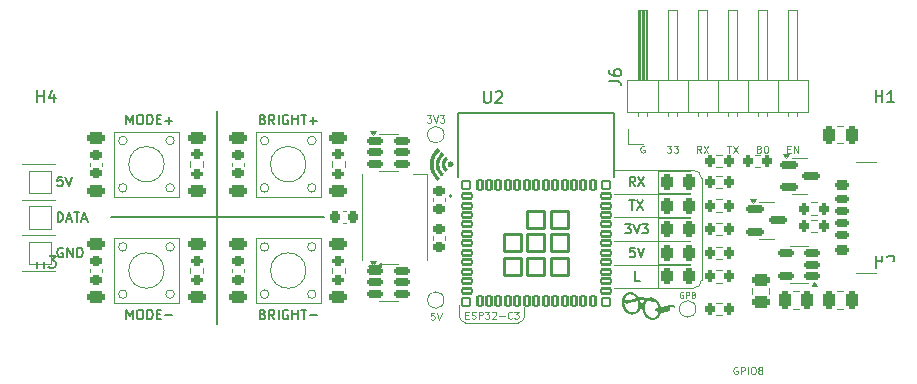
<source format=gto>
G04 #@! TF.GenerationSoftware,KiCad,Pcbnew,8.0.4*
G04 #@! TF.CreationDate,2025-02-14T17:20:51+11:00*
G04 #@! TF.ProjectId,LSG,4c53472e-6b69-4636-9164-5f7063625858,rev?*
G04 #@! TF.SameCoordinates,Original*
G04 #@! TF.FileFunction,Legend,Top*
G04 #@! TF.FilePolarity,Positive*
%FSLAX46Y46*%
G04 Gerber Fmt 4.6, Leading zero omitted, Abs format (unit mm)*
G04 Created by KiCad (PCBNEW 8.0.4) date 2025-02-14 17:20:51*
%MOMM*%
%LPD*%
G01*
G04 APERTURE LIST*
G04 Aperture macros list*
%AMRoundRect*
0 Rectangle with rounded corners*
0 $1 Rounding radius*
0 $2 $3 $4 $5 $6 $7 $8 $9 X,Y pos of 4 corners*
0 Add a 4 corners polygon primitive as box body*
4,1,4,$2,$3,$4,$5,$6,$7,$8,$9,$2,$3,0*
0 Add four circle primitives for the rounded corners*
1,1,$1+$1,$2,$3*
1,1,$1+$1,$4,$5*
1,1,$1+$1,$6,$7*
1,1,$1+$1,$8,$9*
0 Add four rect primitives between the rounded corners*
20,1,$1+$1,$2,$3,$4,$5,0*
20,1,$1+$1,$4,$5,$6,$7,0*
20,1,$1+$1,$6,$7,$8,$9,0*
20,1,$1+$1,$8,$9,$2,$3,0*%
G04 Aperture macros list end*
%ADD10C,0.100000*%
%ADD11C,0.200000*%
%ADD12C,0.160000*%
%ADD13C,0.120000*%
%ADD14C,0.150000*%
%ADD15C,0.127000*%
%ADD16C,0.000000*%
%ADD17C,0.010000*%
%ADD18RoundRect,0.200000X-0.200000X-0.275000X0.200000X-0.275000X0.200000X0.275000X-0.200000X0.275000X0*%
%ADD19RoundRect,0.225000X-0.250000X0.225000X-0.250000X-0.225000X0.250000X-0.225000X0.250000X0.225000X0*%
%ADD20RoundRect,0.225000X-0.225000X-0.250000X0.225000X-0.250000X0.225000X0.250000X-0.225000X0.250000X0*%
%ADD21RoundRect,0.200000X0.200000X0.275000X-0.200000X0.275000X-0.200000X-0.275000X0.200000X-0.275000X0*%
%ADD22C,2.200000*%
%ADD23RoundRect,0.243750X-0.243750X-0.456250X0.243750X-0.456250X0.243750X0.456250X-0.243750X0.456250X0*%
%ADD24C,1.000000*%
%ADD25RoundRect,0.250000X-0.500000X-0.250000X0.500000X-0.250000X0.500000X0.250000X-0.500000X0.250000X0*%
%ADD26R,0.900000X1.500000*%
%ADD27RoundRect,0.250000X0.250000X0.475000X-0.250000X0.475000X-0.250000X-0.475000X0.250000X-0.475000X0*%
%ADD28R,1.500000X1.500000*%
%ADD29RoundRect,0.150000X-0.512500X-0.150000X0.512500X-0.150000X0.512500X0.150000X-0.512500X0.150000X0*%
%ADD30RoundRect,0.250000X0.475000X-0.250000X0.475000X0.250000X-0.475000X0.250000X-0.475000X-0.250000X0*%
%ADD31RoundRect,0.150000X-0.587500X-0.150000X0.587500X-0.150000X0.587500X0.150000X-0.587500X0.150000X0*%
%ADD32RoundRect,0.102000X-0.400000X-0.200000X0.400000X-0.200000X0.400000X0.200000X-0.400000X0.200000X0*%
%ADD33RoundRect,0.102000X-0.200000X-0.400000X0.200000X-0.400000X0.200000X0.400000X-0.200000X0.400000X0*%
%ADD34RoundRect,0.102000X-0.725000X-0.725000X0.725000X-0.725000X0.725000X0.725000X-0.725000X0.725000X0*%
%ADD35RoundRect,0.102000X-0.350000X-0.350000X0.350000X-0.350000X0.350000X0.350000X-0.350000X0.350000X0*%
%ADD36RoundRect,0.200000X-0.275000X0.200000X-0.275000X-0.200000X0.275000X-0.200000X0.275000X0.200000X0*%
%ADD37RoundRect,0.175000X0.425000X-0.175000X0.425000X0.175000X-0.425000X0.175000X-0.425000X-0.175000X0*%
%ADD38RoundRect,0.190000X-0.410000X0.190000X-0.410000X-0.190000X0.410000X-0.190000X0.410000X0.190000X0*%
%ADD39RoundRect,0.200000X-0.400000X0.200000X-0.400000X-0.200000X0.400000X-0.200000X0.400000X0.200000X0*%
%ADD40RoundRect,0.175000X-0.425000X0.175000X-0.425000X-0.175000X0.425000X-0.175000X0.425000X0.175000X0*%
%ADD41RoundRect,0.190000X0.410000X-0.190000X0.410000X0.190000X-0.410000X0.190000X-0.410000X-0.190000X0*%
%ADD42RoundRect,0.200000X0.400000X-0.200000X0.400000X0.200000X-0.400000X0.200000X-0.400000X-0.200000X0*%
%ADD43O,1.700000X1.100000*%
%ADD44RoundRect,0.150000X0.512500X0.150000X-0.512500X0.150000X-0.512500X-0.150000X0.512500X-0.150000X0*%
%ADD45R,1.700000X1.700000*%
%ADD46O,1.700000X1.700000*%
%ADD47RoundRect,0.250000X-0.250000X-0.475000X0.250000X-0.475000X0.250000X0.475000X-0.250000X0.475000X0*%
G04 APERTURE END LIST*
D10*
X0Y-8900000D02*
X4500000Y-8900000D01*
D11*
X-30000000Y0D02*
X-12000000Y0D01*
D10*
X-37500000Y1500000D02*
X-34750000Y1500000D01*
X16407500Y-2000000D02*
X12592500Y-2000000D01*
X19300000Y4000000D02*
X12592500Y4000000D01*
X19300000Y-6000000D02*
X12592500Y-6000000D01*
X20000000Y-5300000D02*
G75*
G02*
X19300000Y-6000000I-700000J0D01*
G01*
X16407500Y2000000D02*
X12592500Y2000000D01*
X-37500000Y-1500000D02*
X-34750000Y-1500000D01*
X-37500000Y4500000D02*
X-34750000Y4500000D01*
X5000000Y-8400000D02*
G75*
G02*
X4500000Y-8900000I-500000J0D01*
G01*
X0Y-8900000D02*
G75*
G02*
X-500000Y-8400000I1J500001D01*
G01*
X19300000Y4000000D02*
G75*
G02*
X20000000Y3300000I0J-700000D01*
G01*
X20000000Y-5300000D02*
X20000000Y3300000D01*
X-37500000Y-4500000D02*
X-34750000Y-4500000D01*
D11*
X-21000000Y-9000000D02*
X-21000000Y9000000D01*
D10*
X-500000Y-7400000D02*
X-500000Y-8400000D01*
X16407500Y0D02*
X12592500Y0D01*
X16407500Y-4000000D02*
X12592500Y-4000000D01*
X5000000Y-8400000D02*
X5000000Y-7400000D01*
D12*
X-17152380Y-8192727D02*
X-17038094Y-8230822D01*
X-17038094Y-8230822D02*
X-16999999Y-8268918D01*
X-16999999Y-8268918D02*
X-16961903Y-8345108D01*
X-16961903Y-8345108D02*
X-16961903Y-8459394D01*
X-16961903Y-8459394D02*
X-16999999Y-8535584D01*
X-16999999Y-8535584D02*
X-17038094Y-8573680D01*
X-17038094Y-8573680D02*
X-17114284Y-8611775D01*
X-17114284Y-8611775D02*
X-17419046Y-8611775D01*
X-17419046Y-8611775D02*
X-17419046Y-7811775D01*
X-17419046Y-7811775D02*
X-17152380Y-7811775D01*
X-17152380Y-7811775D02*
X-17076189Y-7849870D01*
X-17076189Y-7849870D02*
X-17038094Y-7887965D01*
X-17038094Y-7887965D02*
X-16999999Y-7964156D01*
X-16999999Y-7964156D02*
X-16999999Y-8040346D01*
X-16999999Y-8040346D02*
X-17038094Y-8116537D01*
X-17038094Y-8116537D02*
X-17076189Y-8154632D01*
X-17076189Y-8154632D02*
X-17152380Y-8192727D01*
X-17152380Y-8192727D02*
X-17419046Y-8192727D01*
X-16161903Y-8611775D02*
X-16428570Y-8230822D01*
X-16619046Y-8611775D02*
X-16619046Y-7811775D01*
X-16619046Y-7811775D02*
X-16314284Y-7811775D01*
X-16314284Y-7811775D02*
X-16238094Y-7849870D01*
X-16238094Y-7849870D02*
X-16199999Y-7887965D01*
X-16199999Y-7887965D02*
X-16161903Y-7964156D01*
X-16161903Y-7964156D02*
X-16161903Y-8078441D01*
X-16161903Y-8078441D02*
X-16199999Y-8154632D01*
X-16199999Y-8154632D02*
X-16238094Y-8192727D01*
X-16238094Y-8192727D02*
X-16314284Y-8230822D01*
X-16314284Y-8230822D02*
X-16619046Y-8230822D01*
X-15819046Y-8611775D02*
X-15819046Y-7811775D01*
X-15019047Y-7849870D02*
X-15095237Y-7811775D01*
X-15095237Y-7811775D02*
X-15209523Y-7811775D01*
X-15209523Y-7811775D02*
X-15323809Y-7849870D01*
X-15323809Y-7849870D02*
X-15399999Y-7926060D01*
X-15399999Y-7926060D02*
X-15438094Y-8002251D01*
X-15438094Y-8002251D02*
X-15476190Y-8154632D01*
X-15476190Y-8154632D02*
X-15476190Y-8268918D01*
X-15476190Y-8268918D02*
X-15438094Y-8421299D01*
X-15438094Y-8421299D02*
X-15399999Y-8497489D01*
X-15399999Y-8497489D02*
X-15323809Y-8573680D01*
X-15323809Y-8573680D02*
X-15209523Y-8611775D01*
X-15209523Y-8611775D02*
X-15133332Y-8611775D01*
X-15133332Y-8611775D02*
X-15019047Y-8573680D01*
X-15019047Y-8573680D02*
X-14980951Y-8535584D01*
X-14980951Y-8535584D02*
X-14980951Y-8268918D01*
X-14980951Y-8268918D02*
X-15133332Y-8268918D01*
X-14638094Y-8611775D02*
X-14638094Y-7811775D01*
X-14638094Y-8192727D02*
X-14180951Y-8192727D01*
X-14180951Y-8611775D02*
X-14180951Y-7811775D01*
X-13914285Y-7811775D02*
X-13457142Y-7811775D01*
X-13685714Y-8611775D02*
X-13685714Y-7811775D01*
X-13190475Y-8307013D02*
X-12580952Y-8307013D01*
D13*
X15157142Y6050097D02*
X15100000Y6078668D01*
X15100000Y6078668D02*
X15014285Y6078668D01*
X15014285Y6078668D02*
X14928571Y6050097D01*
X14928571Y6050097D02*
X14871428Y5992954D01*
X14871428Y5992954D02*
X14842857Y5935811D01*
X14842857Y5935811D02*
X14814285Y5821525D01*
X14814285Y5821525D02*
X14814285Y5735811D01*
X14814285Y5735811D02*
X14842857Y5621525D01*
X14842857Y5621525D02*
X14871428Y5564382D01*
X14871428Y5564382D02*
X14928571Y5507240D01*
X14928571Y5507240D02*
X15014285Y5478668D01*
X15014285Y5478668D02*
X15071428Y5478668D01*
X15071428Y5478668D02*
X15157142Y5507240D01*
X15157142Y5507240D02*
X15185714Y5535811D01*
X15185714Y5535811D02*
X15185714Y5735811D01*
X15185714Y5735811D02*
X15071428Y5735811D01*
X7142Y-8257045D02*
X207142Y-8257045D01*
X292856Y-8571331D02*
X7142Y-8571331D01*
X7142Y-8571331D02*
X7142Y-7971331D01*
X7142Y-7971331D02*
X292856Y-7971331D01*
X521427Y-8542760D02*
X607142Y-8571331D01*
X607142Y-8571331D02*
X749999Y-8571331D01*
X749999Y-8571331D02*
X807142Y-8542760D01*
X807142Y-8542760D02*
X835713Y-8514188D01*
X835713Y-8514188D02*
X864284Y-8457045D01*
X864284Y-8457045D02*
X864284Y-8399902D01*
X864284Y-8399902D02*
X835713Y-8342760D01*
X835713Y-8342760D02*
X807142Y-8314188D01*
X807142Y-8314188D02*
X749999Y-8285617D01*
X749999Y-8285617D02*
X635713Y-8257045D01*
X635713Y-8257045D02*
X578570Y-8228474D01*
X578570Y-8228474D02*
X549999Y-8199902D01*
X549999Y-8199902D02*
X521427Y-8142760D01*
X521427Y-8142760D02*
X521427Y-8085617D01*
X521427Y-8085617D02*
X549999Y-8028474D01*
X549999Y-8028474D02*
X578570Y-7999902D01*
X578570Y-7999902D02*
X635713Y-7971331D01*
X635713Y-7971331D02*
X778570Y-7971331D01*
X778570Y-7971331D02*
X864284Y-7999902D01*
X1121428Y-8571331D02*
X1121428Y-7971331D01*
X1121428Y-7971331D02*
X1349999Y-7971331D01*
X1349999Y-7971331D02*
X1407142Y-7999902D01*
X1407142Y-7999902D02*
X1435713Y-8028474D01*
X1435713Y-8028474D02*
X1464285Y-8085617D01*
X1464285Y-8085617D02*
X1464285Y-8171331D01*
X1464285Y-8171331D02*
X1435713Y-8228474D01*
X1435713Y-8228474D02*
X1407142Y-8257045D01*
X1407142Y-8257045D02*
X1349999Y-8285617D01*
X1349999Y-8285617D02*
X1121428Y-8285617D01*
X1664285Y-7971331D02*
X2035713Y-7971331D01*
X2035713Y-7971331D02*
X1835713Y-8199902D01*
X1835713Y-8199902D02*
X1921428Y-8199902D01*
X1921428Y-8199902D02*
X1978571Y-8228474D01*
X1978571Y-8228474D02*
X2007142Y-8257045D01*
X2007142Y-8257045D02*
X2035713Y-8314188D01*
X2035713Y-8314188D02*
X2035713Y-8457045D01*
X2035713Y-8457045D02*
X2007142Y-8514188D01*
X2007142Y-8514188D02*
X1978571Y-8542760D01*
X1978571Y-8542760D02*
X1921428Y-8571331D01*
X1921428Y-8571331D02*
X1749999Y-8571331D01*
X1749999Y-8571331D02*
X1692856Y-8542760D01*
X1692856Y-8542760D02*
X1664285Y-8514188D01*
X2264285Y-8028474D02*
X2292857Y-7999902D01*
X2292857Y-7999902D02*
X2350000Y-7971331D01*
X2350000Y-7971331D02*
X2492857Y-7971331D01*
X2492857Y-7971331D02*
X2550000Y-7999902D01*
X2550000Y-7999902D02*
X2578571Y-8028474D01*
X2578571Y-8028474D02*
X2607142Y-8085617D01*
X2607142Y-8085617D02*
X2607142Y-8142760D01*
X2607142Y-8142760D02*
X2578571Y-8228474D01*
X2578571Y-8228474D02*
X2235714Y-8571331D01*
X2235714Y-8571331D02*
X2607142Y-8571331D01*
X2864286Y-8342760D02*
X3321429Y-8342760D01*
X3950000Y-8514188D02*
X3921428Y-8542760D01*
X3921428Y-8542760D02*
X3835714Y-8571331D01*
X3835714Y-8571331D02*
X3778571Y-8571331D01*
X3778571Y-8571331D02*
X3692857Y-8542760D01*
X3692857Y-8542760D02*
X3635714Y-8485617D01*
X3635714Y-8485617D02*
X3607143Y-8428474D01*
X3607143Y-8428474D02*
X3578571Y-8314188D01*
X3578571Y-8314188D02*
X3578571Y-8228474D01*
X3578571Y-8228474D02*
X3607143Y-8114188D01*
X3607143Y-8114188D02*
X3635714Y-8057045D01*
X3635714Y-8057045D02*
X3692857Y-7999902D01*
X3692857Y-7999902D02*
X3778571Y-7971331D01*
X3778571Y-7971331D02*
X3835714Y-7971331D01*
X3835714Y-7971331D02*
X3921428Y-7999902D01*
X3921428Y-7999902D02*
X3950000Y-8028474D01*
X4150000Y-7971331D02*
X4521428Y-7971331D01*
X4521428Y-7971331D02*
X4321428Y-8199902D01*
X4321428Y-8199902D02*
X4407143Y-8199902D01*
X4407143Y-8199902D02*
X4464286Y-8228474D01*
X4464286Y-8228474D02*
X4492857Y-8257045D01*
X4492857Y-8257045D02*
X4521428Y-8314188D01*
X4521428Y-8314188D02*
X4521428Y-8457045D01*
X4521428Y-8457045D02*
X4492857Y-8514188D01*
X4492857Y-8514188D02*
X4464286Y-8542760D01*
X4464286Y-8542760D02*
X4407143Y-8571331D01*
X4407143Y-8571331D02*
X4235714Y-8571331D01*
X4235714Y-8571331D02*
X4178571Y-8542760D01*
X4178571Y-8542760D02*
X4150000Y-8514188D01*
D10*
X18442857Y-6349919D02*
X18395238Y-6326109D01*
X18395238Y-6326109D02*
X18323809Y-6326109D01*
X18323809Y-6326109D02*
X18252381Y-6349919D01*
X18252381Y-6349919D02*
X18204762Y-6397538D01*
X18204762Y-6397538D02*
X18180952Y-6445157D01*
X18180952Y-6445157D02*
X18157143Y-6540395D01*
X18157143Y-6540395D02*
X18157143Y-6611823D01*
X18157143Y-6611823D02*
X18180952Y-6707061D01*
X18180952Y-6707061D02*
X18204762Y-6754680D01*
X18204762Y-6754680D02*
X18252381Y-6802300D01*
X18252381Y-6802300D02*
X18323809Y-6826109D01*
X18323809Y-6826109D02*
X18371428Y-6826109D01*
X18371428Y-6826109D02*
X18442857Y-6802300D01*
X18442857Y-6802300D02*
X18466666Y-6778490D01*
X18466666Y-6778490D02*
X18466666Y-6611823D01*
X18466666Y-6611823D02*
X18371428Y-6611823D01*
X18680952Y-6826109D02*
X18680952Y-6326109D01*
X18680952Y-6326109D02*
X18871428Y-6326109D01*
X18871428Y-6326109D02*
X18919047Y-6349919D01*
X18919047Y-6349919D02*
X18942857Y-6373728D01*
X18942857Y-6373728D02*
X18966666Y-6421347D01*
X18966666Y-6421347D02*
X18966666Y-6492776D01*
X18966666Y-6492776D02*
X18942857Y-6540395D01*
X18942857Y-6540395D02*
X18919047Y-6564204D01*
X18919047Y-6564204D02*
X18871428Y-6588014D01*
X18871428Y-6588014D02*
X18680952Y-6588014D01*
X19252381Y-6540395D02*
X19204762Y-6516585D01*
X19204762Y-6516585D02*
X19180952Y-6492776D01*
X19180952Y-6492776D02*
X19157143Y-6445157D01*
X19157143Y-6445157D02*
X19157143Y-6421347D01*
X19157143Y-6421347D02*
X19180952Y-6373728D01*
X19180952Y-6373728D02*
X19204762Y-6349919D01*
X19204762Y-6349919D02*
X19252381Y-6326109D01*
X19252381Y-6326109D02*
X19347619Y-6326109D01*
X19347619Y-6326109D02*
X19395238Y-6349919D01*
X19395238Y-6349919D02*
X19419047Y-6373728D01*
X19419047Y-6373728D02*
X19442857Y-6421347D01*
X19442857Y-6421347D02*
X19442857Y-6445157D01*
X19442857Y-6445157D02*
X19419047Y-6492776D01*
X19419047Y-6492776D02*
X19395238Y-6516585D01*
X19395238Y-6516585D02*
X19347619Y-6540395D01*
X19347619Y-6540395D02*
X19252381Y-6540395D01*
X19252381Y-6540395D02*
X19204762Y-6564204D01*
X19204762Y-6564204D02*
X19180952Y-6588014D01*
X19180952Y-6588014D02*
X19157143Y-6635633D01*
X19157143Y-6635633D02*
X19157143Y-6730871D01*
X19157143Y-6730871D02*
X19180952Y-6778490D01*
X19180952Y-6778490D02*
X19204762Y-6802300D01*
X19204762Y-6802300D02*
X19252381Y-6826109D01*
X19252381Y-6826109D02*
X19347619Y-6826109D01*
X19347619Y-6826109D02*
X19395238Y-6802300D01*
X19395238Y-6802300D02*
X19419047Y-6778490D01*
X19419047Y-6778490D02*
X19442857Y-6730871D01*
X19442857Y-6730871D02*
X19442857Y-6635633D01*
X19442857Y-6635633D02*
X19419047Y-6588014D01*
X19419047Y-6588014D02*
X19395238Y-6564204D01*
X19395238Y-6564204D02*
X19347619Y-6540395D01*
D12*
X14747619Y-5361775D02*
X14366667Y-5361775D01*
X14366667Y-5361775D02*
X14366667Y-4561775D01*
D13*
X-3242857Y8628668D02*
X-2871429Y8628668D01*
X-2871429Y8628668D02*
X-3071429Y8400097D01*
X-3071429Y8400097D02*
X-2985714Y8400097D01*
X-2985714Y8400097D02*
X-2928572Y8371525D01*
X-2928572Y8371525D02*
X-2900000Y8342954D01*
X-2900000Y8342954D02*
X-2871429Y8285811D01*
X-2871429Y8285811D02*
X-2871429Y8142954D01*
X-2871429Y8142954D02*
X-2900000Y8085811D01*
X-2900000Y8085811D02*
X-2928572Y8057240D01*
X-2928572Y8057240D02*
X-2985714Y8028668D01*
X-2985714Y8028668D02*
X-3157143Y8028668D01*
X-3157143Y8028668D02*
X-3214286Y8057240D01*
X-3214286Y8057240D02*
X-3242857Y8085811D01*
X-2700000Y8628668D02*
X-2500000Y8028668D01*
X-2500000Y8028668D02*
X-2300000Y8628668D01*
X-2157142Y8628668D02*
X-1785714Y8628668D01*
X-1785714Y8628668D02*
X-1985714Y8400097D01*
X-1985714Y8400097D02*
X-1899999Y8400097D01*
X-1899999Y8400097D02*
X-1842857Y8371525D01*
X-1842857Y8371525D02*
X-1814285Y8342954D01*
X-1814285Y8342954D02*
X-1785714Y8285811D01*
X-1785714Y8285811D02*
X-1785714Y8142954D01*
X-1785714Y8142954D02*
X-1814285Y8085811D01*
X-1814285Y8085811D02*
X-1842857Y8057240D01*
X-1842857Y8057240D02*
X-1899999Y8028668D01*
X-1899999Y8028668D02*
X-2071428Y8028668D01*
X-2071428Y8028668D02*
X-2128571Y8057240D01*
X-2128571Y8057240D02*
X-2157142Y8085811D01*
D12*
X-28692856Y7888224D02*
X-28692856Y8688224D01*
X-28692856Y8688224D02*
X-28426190Y8116796D01*
X-28426190Y8116796D02*
X-28159523Y8688224D01*
X-28159523Y8688224D02*
X-28159523Y7888224D01*
X-27626189Y8688224D02*
X-27473808Y8688224D01*
X-27473808Y8688224D02*
X-27397618Y8650129D01*
X-27397618Y8650129D02*
X-27321427Y8573939D01*
X-27321427Y8573939D02*
X-27283332Y8421558D01*
X-27283332Y8421558D02*
X-27283332Y8154891D01*
X-27283332Y8154891D02*
X-27321427Y8002510D01*
X-27321427Y8002510D02*
X-27397618Y7926320D01*
X-27397618Y7926320D02*
X-27473808Y7888224D01*
X-27473808Y7888224D02*
X-27626189Y7888224D01*
X-27626189Y7888224D02*
X-27702380Y7926320D01*
X-27702380Y7926320D02*
X-27778570Y8002510D01*
X-27778570Y8002510D02*
X-27816666Y8154891D01*
X-27816666Y8154891D02*
X-27816666Y8421558D01*
X-27816666Y8421558D02*
X-27778570Y8573939D01*
X-27778570Y8573939D02*
X-27702380Y8650129D01*
X-27702380Y8650129D02*
X-27626189Y8688224D01*
X-26940475Y7888224D02*
X-26940475Y8688224D01*
X-26940475Y8688224D02*
X-26749999Y8688224D01*
X-26749999Y8688224D02*
X-26635713Y8650129D01*
X-26635713Y8650129D02*
X-26559523Y8573939D01*
X-26559523Y8573939D02*
X-26521428Y8497748D01*
X-26521428Y8497748D02*
X-26483332Y8345367D01*
X-26483332Y8345367D02*
X-26483332Y8231081D01*
X-26483332Y8231081D02*
X-26521428Y8078700D01*
X-26521428Y8078700D02*
X-26559523Y8002510D01*
X-26559523Y8002510D02*
X-26635713Y7926320D01*
X-26635713Y7926320D02*
X-26749999Y7888224D01*
X-26749999Y7888224D02*
X-26940475Y7888224D01*
X-26140475Y8307272D02*
X-25873809Y8307272D01*
X-25759523Y7888224D02*
X-26140475Y7888224D01*
X-26140475Y7888224D02*
X-26140475Y8688224D01*
X-26140475Y8688224D02*
X-25759523Y8688224D01*
X-25416665Y8192986D02*
X-24807142Y8192986D01*
X-25111903Y7888224D02*
X-25111903Y8497748D01*
D13*
X17054285Y6078668D02*
X17425713Y6078668D01*
X17425713Y6078668D02*
X17225713Y5850097D01*
X17225713Y5850097D02*
X17311428Y5850097D01*
X17311428Y5850097D02*
X17368571Y5821525D01*
X17368571Y5821525D02*
X17397142Y5792954D01*
X17397142Y5792954D02*
X17425713Y5735811D01*
X17425713Y5735811D02*
X17425713Y5592954D01*
X17425713Y5592954D02*
X17397142Y5535811D01*
X17397142Y5535811D02*
X17368571Y5507240D01*
X17368571Y5507240D02*
X17311428Y5478668D01*
X17311428Y5478668D02*
X17139999Y5478668D01*
X17139999Y5478668D02*
X17082856Y5507240D01*
X17082856Y5507240D02*
X17054285Y5535811D01*
X17625714Y6078668D02*
X17997142Y6078668D01*
X17997142Y6078668D02*
X17797142Y5850097D01*
X17797142Y5850097D02*
X17882857Y5850097D01*
X17882857Y5850097D02*
X17940000Y5821525D01*
X17940000Y5821525D02*
X17968571Y5792954D01*
X17968571Y5792954D02*
X17997142Y5735811D01*
X17997142Y5735811D02*
X17997142Y5592954D01*
X17997142Y5592954D02*
X17968571Y5535811D01*
X17968571Y5535811D02*
X17940000Y5507240D01*
X17940000Y5507240D02*
X17882857Y5478668D01*
X17882857Y5478668D02*
X17711428Y5478668D01*
X17711428Y5478668D02*
X17654285Y5507240D01*
X17654285Y5507240D02*
X17625714Y5535811D01*
D12*
X-17152380Y8307272D02*
X-17038094Y8269177D01*
X-17038094Y8269177D02*
X-16999999Y8231081D01*
X-16999999Y8231081D02*
X-16961903Y8154891D01*
X-16961903Y8154891D02*
X-16961903Y8040605D01*
X-16961903Y8040605D02*
X-16999999Y7964415D01*
X-16999999Y7964415D02*
X-17038094Y7926320D01*
X-17038094Y7926320D02*
X-17114284Y7888224D01*
X-17114284Y7888224D02*
X-17419046Y7888224D01*
X-17419046Y7888224D02*
X-17419046Y8688224D01*
X-17419046Y8688224D02*
X-17152380Y8688224D01*
X-17152380Y8688224D02*
X-17076189Y8650129D01*
X-17076189Y8650129D02*
X-17038094Y8612034D01*
X-17038094Y8612034D02*
X-16999999Y8535843D01*
X-16999999Y8535843D02*
X-16999999Y8459653D01*
X-16999999Y8459653D02*
X-17038094Y8383462D01*
X-17038094Y8383462D02*
X-17076189Y8345367D01*
X-17076189Y8345367D02*
X-17152380Y8307272D01*
X-17152380Y8307272D02*
X-17419046Y8307272D01*
X-16161903Y7888224D02*
X-16428570Y8269177D01*
X-16619046Y7888224D02*
X-16619046Y8688224D01*
X-16619046Y8688224D02*
X-16314284Y8688224D01*
X-16314284Y8688224D02*
X-16238094Y8650129D01*
X-16238094Y8650129D02*
X-16199999Y8612034D01*
X-16199999Y8612034D02*
X-16161903Y8535843D01*
X-16161903Y8535843D02*
X-16161903Y8421558D01*
X-16161903Y8421558D02*
X-16199999Y8345367D01*
X-16199999Y8345367D02*
X-16238094Y8307272D01*
X-16238094Y8307272D02*
X-16314284Y8269177D01*
X-16314284Y8269177D02*
X-16619046Y8269177D01*
X-15819046Y7888224D02*
X-15819046Y8688224D01*
X-15019047Y8650129D02*
X-15095237Y8688224D01*
X-15095237Y8688224D02*
X-15209523Y8688224D01*
X-15209523Y8688224D02*
X-15323809Y8650129D01*
X-15323809Y8650129D02*
X-15399999Y8573939D01*
X-15399999Y8573939D02*
X-15438094Y8497748D01*
X-15438094Y8497748D02*
X-15476190Y8345367D01*
X-15476190Y8345367D02*
X-15476190Y8231081D01*
X-15476190Y8231081D02*
X-15438094Y8078700D01*
X-15438094Y8078700D02*
X-15399999Y8002510D01*
X-15399999Y8002510D02*
X-15323809Y7926320D01*
X-15323809Y7926320D02*
X-15209523Y7888224D01*
X-15209523Y7888224D02*
X-15133332Y7888224D01*
X-15133332Y7888224D02*
X-15019047Y7926320D01*
X-15019047Y7926320D02*
X-14980951Y7964415D01*
X-14980951Y7964415D02*
X-14980951Y8231081D01*
X-14980951Y8231081D02*
X-15133332Y8231081D01*
X-14638094Y7888224D02*
X-14638094Y8688224D01*
X-14638094Y8307272D02*
X-14180951Y8307272D01*
X-14180951Y7888224D02*
X-14180951Y8688224D01*
X-13914285Y8688224D02*
X-13457142Y8688224D01*
X-13685714Y7888224D02*
X-13685714Y8688224D01*
X-13190475Y8192986D02*
X-12580952Y8192986D01*
X-12885713Y7888224D02*
X-12885713Y8497748D01*
D13*
X22162856Y6078668D02*
X22505714Y6078668D01*
X22334285Y5478668D02*
X22334285Y6078668D01*
X22648571Y6078668D02*
X23048571Y5478668D01*
X23048571Y6078668D02*
X22648571Y5478668D01*
D12*
X-34504260Y-361775D02*
X-34504260Y438224D01*
X-34504260Y438224D02*
X-34313784Y438224D01*
X-34313784Y438224D02*
X-34199498Y400129D01*
X-34199498Y400129D02*
X-34123308Y323939D01*
X-34123308Y323939D02*
X-34085213Y247748D01*
X-34085213Y247748D02*
X-34047117Y95367D01*
X-34047117Y95367D02*
X-34047117Y-18918D01*
X-34047117Y-18918D02*
X-34085213Y-171299D01*
X-34085213Y-171299D02*
X-34123308Y-247489D01*
X-34123308Y-247489D02*
X-34199498Y-323680D01*
X-34199498Y-323680D02*
X-34313784Y-361775D01*
X-34313784Y-361775D02*
X-34504260Y-361775D01*
X-33742356Y-133203D02*
X-33361403Y-133203D01*
X-33818546Y-361775D02*
X-33551879Y438224D01*
X-33551879Y438224D02*
X-33285213Y-361775D01*
X-33132832Y438224D02*
X-32675689Y438224D01*
X-32904261Y-361775D02*
X-32904261Y438224D01*
X-32447118Y-133203D02*
X-32066165Y-133203D01*
X-32523308Y-361775D02*
X-32256641Y438224D01*
X-32256641Y438224D02*
X-31989975Y-361775D01*
D13*
X27257143Y5792954D02*
X27457143Y5792954D01*
X27542857Y5478668D02*
X27257143Y5478668D01*
X27257143Y5478668D02*
X27257143Y6078668D01*
X27257143Y6078668D02*
X27542857Y6078668D01*
X27800000Y5478668D02*
X27800000Y6078668D01*
X27800000Y6078668D02*
X28142857Y5478668D01*
X28142857Y5478668D02*
X28142857Y6078668D01*
D12*
X14366667Y2638224D02*
X14100000Y3019177D01*
X13909524Y2638224D02*
X13909524Y3438224D01*
X13909524Y3438224D02*
X14214286Y3438224D01*
X14214286Y3438224D02*
X14290476Y3400129D01*
X14290476Y3400129D02*
X14328571Y3362034D01*
X14328571Y3362034D02*
X14366667Y3285843D01*
X14366667Y3285843D02*
X14366667Y3171558D01*
X14366667Y3171558D02*
X14328571Y3095367D01*
X14328571Y3095367D02*
X14290476Y3057272D01*
X14290476Y3057272D02*
X14214286Y3019177D01*
X14214286Y3019177D02*
X13909524Y3019177D01*
X14633333Y3438224D02*
X15166667Y2638224D01*
X15166667Y3438224D02*
X14633333Y2638224D01*
X14347619Y-2561775D02*
X13966667Y-2561775D01*
X13966667Y-2561775D02*
X13928571Y-2942727D01*
X13928571Y-2942727D02*
X13966667Y-2904632D01*
X13966667Y-2904632D02*
X14042857Y-2866537D01*
X14042857Y-2866537D02*
X14233333Y-2866537D01*
X14233333Y-2866537D02*
X14309524Y-2904632D01*
X14309524Y-2904632D02*
X14347619Y-2942727D01*
X14347619Y-2942727D02*
X14385714Y-3018918D01*
X14385714Y-3018918D02*
X14385714Y-3209394D01*
X14385714Y-3209394D02*
X14347619Y-3285584D01*
X14347619Y-3285584D02*
X14309524Y-3323680D01*
X14309524Y-3323680D02*
X14233333Y-3361775D01*
X14233333Y-3361775D02*
X14042857Y-3361775D01*
X14042857Y-3361775D02*
X13966667Y-3323680D01*
X13966667Y-3323680D02*
X13928571Y-3285584D01*
X14614286Y-2561775D02*
X14880953Y-3361775D01*
X14880953Y-3361775D02*
X15147619Y-2561775D01*
X13890476Y1438224D02*
X14347619Y1438224D01*
X14119047Y638224D02*
X14119047Y1438224D01*
X14538095Y1438224D02*
X15071429Y638224D01*
X15071429Y1438224D02*
X14538095Y638224D01*
D13*
X23036089Y-12699902D02*
X22978947Y-12671331D01*
X22978947Y-12671331D02*
X22893232Y-12671331D01*
X22893232Y-12671331D02*
X22807518Y-12699902D01*
X22807518Y-12699902D02*
X22750375Y-12757045D01*
X22750375Y-12757045D02*
X22721804Y-12814188D01*
X22721804Y-12814188D02*
X22693232Y-12928474D01*
X22693232Y-12928474D02*
X22693232Y-13014188D01*
X22693232Y-13014188D02*
X22721804Y-13128474D01*
X22721804Y-13128474D02*
X22750375Y-13185617D01*
X22750375Y-13185617D02*
X22807518Y-13242760D01*
X22807518Y-13242760D02*
X22893232Y-13271331D01*
X22893232Y-13271331D02*
X22950375Y-13271331D01*
X22950375Y-13271331D02*
X23036089Y-13242760D01*
X23036089Y-13242760D02*
X23064661Y-13214188D01*
X23064661Y-13214188D02*
X23064661Y-13014188D01*
X23064661Y-13014188D02*
X22950375Y-13014188D01*
X23321804Y-13271331D02*
X23321804Y-12671331D01*
X23321804Y-12671331D02*
X23550375Y-12671331D01*
X23550375Y-12671331D02*
X23607518Y-12699902D01*
X23607518Y-12699902D02*
X23636089Y-12728474D01*
X23636089Y-12728474D02*
X23664661Y-12785617D01*
X23664661Y-12785617D02*
X23664661Y-12871331D01*
X23664661Y-12871331D02*
X23636089Y-12928474D01*
X23636089Y-12928474D02*
X23607518Y-12957045D01*
X23607518Y-12957045D02*
X23550375Y-12985617D01*
X23550375Y-12985617D02*
X23321804Y-12985617D01*
X23921804Y-13271331D02*
X23921804Y-12671331D01*
X24321803Y-12671331D02*
X24436089Y-12671331D01*
X24436089Y-12671331D02*
X24493232Y-12699902D01*
X24493232Y-12699902D02*
X24550375Y-12757045D01*
X24550375Y-12757045D02*
X24578946Y-12871331D01*
X24578946Y-12871331D02*
X24578946Y-13071331D01*
X24578946Y-13071331D02*
X24550375Y-13185617D01*
X24550375Y-13185617D02*
X24493232Y-13242760D01*
X24493232Y-13242760D02*
X24436089Y-13271331D01*
X24436089Y-13271331D02*
X24321803Y-13271331D01*
X24321803Y-13271331D02*
X24264661Y-13242760D01*
X24264661Y-13242760D02*
X24207518Y-13185617D01*
X24207518Y-13185617D02*
X24178946Y-13071331D01*
X24178946Y-13071331D02*
X24178946Y-12871331D01*
X24178946Y-12871331D02*
X24207518Y-12757045D01*
X24207518Y-12757045D02*
X24264661Y-12699902D01*
X24264661Y-12699902D02*
X24321803Y-12671331D01*
X24921803Y-12928474D02*
X24864660Y-12899902D01*
X24864660Y-12899902D02*
X24836089Y-12871331D01*
X24836089Y-12871331D02*
X24807517Y-12814188D01*
X24807517Y-12814188D02*
X24807517Y-12785617D01*
X24807517Y-12785617D02*
X24836089Y-12728474D01*
X24836089Y-12728474D02*
X24864660Y-12699902D01*
X24864660Y-12699902D02*
X24921803Y-12671331D01*
X24921803Y-12671331D02*
X25036089Y-12671331D01*
X25036089Y-12671331D02*
X25093232Y-12699902D01*
X25093232Y-12699902D02*
X25121803Y-12728474D01*
X25121803Y-12728474D02*
X25150374Y-12785617D01*
X25150374Y-12785617D02*
X25150374Y-12814188D01*
X25150374Y-12814188D02*
X25121803Y-12871331D01*
X25121803Y-12871331D02*
X25093232Y-12899902D01*
X25093232Y-12899902D02*
X25036089Y-12928474D01*
X25036089Y-12928474D02*
X24921803Y-12928474D01*
X24921803Y-12928474D02*
X24864660Y-12957045D01*
X24864660Y-12957045D02*
X24836089Y-12985617D01*
X24836089Y-12985617D02*
X24807517Y-13042760D01*
X24807517Y-13042760D02*
X24807517Y-13157045D01*
X24807517Y-13157045D02*
X24836089Y-13214188D01*
X24836089Y-13214188D02*
X24864660Y-13242760D01*
X24864660Y-13242760D02*
X24921803Y-13271331D01*
X24921803Y-13271331D02*
X25036089Y-13271331D01*
X25036089Y-13271331D02*
X25093232Y-13242760D01*
X25093232Y-13242760D02*
X25121803Y-13214188D01*
X25121803Y-13214188D02*
X25150374Y-13157045D01*
X25150374Y-13157045D02*
X25150374Y-13042760D01*
X25150374Y-13042760D02*
X25121803Y-12985617D01*
X25121803Y-12985617D02*
X25093232Y-12957045D01*
X25093232Y-12957045D02*
X25036089Y-12928474D01*
D12*
X-28692856Y-8611775D02*
X-28692856Y-7811775D01*
X-28692856Y-7811775D02*
X-28426190Y-8383203D01*
X-28426190Y-8383203D02*
X-28159523Y-7811775D01*
X-28159523Y-7811775D02*
X-28159523Y-8611775D01*
X-27626189Y-7811775D02*
X-27473808Y-7811775D01*
X-27473808Y-7811775D02*
X-27397618Y-7849870D01*
X-27397618Y-7849870D02*
X-27321427Y-7926060D01*
X-27321427Y-7926060D02*
X-27283332Y-8078441D01*
X-27283332Y-8078441D02*
X-27283332Y-8345108D01*
X-27283332Y-8345108D02*
X-27321427Y-8497489D01*
X-27321427Y-8497489D02*
X-27397618Y-8573680D01*
X-27397618Y-8573680D02*
X-27473808Y-8611775D01*
X-27473808Y-8611775D02*
X-27626189Y-8611775D01*
X-27626189Y-8611775D02*
X-27702380Y-8573680D01*
X-27702380Y-8573680D02*
X-27778570Y-8497489D01*
X-27778570Y-8497489D02*
X-27816666Y-8345108D01*
X-27816666Y-8345108D02*
X-27816666Y-8078441D01*
X-27816666Y-8078441D02*
X-27778570Y-7926060D01*
X-27778570Y-7926060D02*
X-27702380Y-7849870D01*
X-27702380Y-7849870D02*
X-27626189Y-7811775D01*
X-26940475Y-8611775D02*
X-26940475Y-7811775D01*
X-26940475Y-7811775D02*
X-26749999Y-7811775D01*
X-26749999Y-7811775D02*
X-26635713Y-7849870D01*
X-26635713Y-7849870D02*
X-26559523Y-7926060D01*
X-26559523Y-7926060D02*
X-26521428Y-8002251D01*
X-26521428Y-8002251D02*
X-26483332Y-8154632D01*
X-26483332Y-8154632D02*
X-26483332Y-8268918D01*
X-26483332Y-8268918D02*
X-26521428Y-8421299D01*
X-26521428Y-8421299D02*
X-26559523Y-8497489D01*
X-26559523Y-8497489D02*
X-26635713Y-8573680D01*
X-26635713Y-8573680D02*
X-26749999Y-8611775D01*
X-26749999Y-8611775D02*
X-26940475Y-8611775D01*
X-26140475Y-8192727D02*
X-25873809Y-8192727D01*
X-25759523Y-8611775D02*
X-26140475Y-8611775D01*
X-26140475Y-8611775D02*
X-26140475Y-7811775D01*
X-26140475Y-7811775D02*
X-25759523Y-7811775D01*
X-25416665Y-8307013D02*
X-24807142Y-8307013D01*
D13*
X-2614285Y-8071331D02*
X-2899999Y-8071331D01*
X-2899999Y-8071331D02*
X-2928571Y-8357045D01*
X-2928571Y-8357045D02*
X-2899999Y-8328474D01*
X-2899999Y-8328474D02*
X-2842857Y-8299902D01*
X-2842857Y-8299902D02*
X-2699999Y-8299902D01*
X-2699999Y-8299902D02*
X-2642857Y-8328474D01*
X-2642857Y-8328474D02*
X-2614285Y-8357045D01*
X-2614285Y-8357045D02*
X-2585714Y-8414188D01*
X-2585714Y-8414188D02*
X-2585714Y-8557045D01*
X-2585714Y-8557045D02*
X-2614285Y-8614188D01*
X-2614285Y-8614188D02*
X-2642857Y-8642760D01*
X-2642857Y-8642760D02*
X-2699999Y-8671331D01*
X-2699999Y-8671331D02*
X-2842857Y-8671331D01*
X-2842857Y-8671331D02*
X-2899999Y-8642760D01*
X-2899999Y-8642760D02*
X-2928571Y-8614188D01*
X-2414285Y-8071331D02*
X-2214285Y-8671331D01*
X-2214285Y-8671331D02*
X-2014285Y-8071331D01*
X24888572Y5792954D02*
X24974286Y5764382D01*
X24974286Y5764382D02*
X25002857Y5735811D01*
X25002857Y5735811D02*
X25031429Y5678668D01*
X25031429Y5678668D02*
X25031429Y5592954D01*
X25031429Y5592954D02*
X25002857Y5535811D01*
X25002857Y5535811D02*
X24974286Y5507240D01*
X24974286Y5507240D02*
X24917143Y5478668D01*
X24917143Y5478668D02*
X24688572Y5478668D01*
X24688572Y5478668D02*
X24688572Y6078668D01*
X24688572Y6078668D02*
X24888572Y6078668D01*
X24888572Y6078668D02*
X24945715Y6050097D01*
X24945715Y6050097D02*
X24974286Y6021525D01*
X24974286Y6021525D02*
X25002857Y5964382D01*
X25002857Y5964382D02*
X25002857Y5907240D01*
X25002857Y5907240D02*
X24974286Y5850097D01*
X24974286Y5850097D02*
X24945715Y5821525D01*
X24945715Y5821525D02*
X24888572Y5792954D01*
X24888572Y5792954D02*
X24688572Y5792954D01*
X25402857Y6078668D02*
X25517143Y6078668D01*
X25517143Y6078668D02*
X25574286Y6050097D01*
X25574286Y6050097D02*
X25631429Y5992954D01*
X25631429Y5992954D02*
X25660000Y5878668D01*
X25660000Y5878668D02*
X25660000Y5678668D01*
X25660000Y5678668D02*
X25631429Y5564382D01*
X25631429Y5564382D02*
X25574286Y5507240D01*
X25574286Y5507240D02*
X25517143Y5478668D01*
X25517143Y5478668D02*
X25402857Y5478668D01*
X25402857Y5478668D02*
X25345715Y5507240D01*
X25345715Y5507240D02*
X25288572Y5564382D01*
X25288572Y5564382D02*
X25260000Y5678668D01*
X25260000Y5678668D02*
X25260000Y5878668D01*
X25260000Y5878668D02*
X25288572Y5992954D01*
X25288572Y5992954D02*
X25345715Y6050097D01*
X25345715Y6050097D02*
X25402857Y6078668D01*
D12*
X-34085213Y-2599870D02*
X-34161403Y-2561775D01*
X-34161403Y-2561775D02*
X-34275689Y-2561775D01*
X-34275689Y-2561775D02*
X-34389975Y-2599870D01*
X-34389975Y-2599870D02*
X-34466165Y-2676060D01*
X-34466165Y-2676060D02*
X-34504260Y-2752251D01*
X-34504260Y-2752251D02*
X-34542356Y-2904632D01*
X-34542356Y-2904632D02*
X-34542356Y-3018918D01*
X-34542356Y-3018918D02*
X-34504260Y-3171299D01*
X-34504260Y-3171299D02*
X-34466165Y-3247489D01*
X-34466165Y-3247489D02*
X-34389975Y-3323680D01*
X-34389975Y-3323680D02*
X-34275689Y-3361775D01*
X-34275689Y-3361775D02*
X-34199498Y-3361775D01*
X-34199498Y-3361775D02*
X-34085213Y-3323680D01*
X-34085213Y-3323680D02*
X-34047117Y-3285584D01*
X-34047117Y-3285584D02*
X-34047117Y-3018918D01*
X-34047117Y-3018918D02*
X-34199498Y-3018918D01*
X-33704260Y-3361775D02*
X-33704260Y-2561775D01*
X-33704260Y-2561775D02*
X-33247117Y-3361775D01*
X-33247117Y-3361775D02*
X-33247117Y-2561775D01*
X-32866165Y-3361775D02*
X-32866165Y-2561775D01*
X-32866165Y-2561775D02*
X-32675689Y-2561775D01*
X-32675689Y-2561775D02*
X-32561403Y-2599870D01*
X-32561403Y-2599870D02*
X-32485213Y-2676060D01*
X-32485213Y-2676060D02*
X-32447118Y-2752251D01*
X-32447118Y-2752251D02*
X-32409022Y-2904632D01*
X-32409022Y-2904632D02*
X-32409022Y-3018918D01*
X-32409022Y-3018918D02*
X-32447118Y-3171299D01*
X-32447118Y-3171299D02*
X-32485213Y-3247489D01*
X-32485213Y-3247489D02*
X-32561403Y-3323680D01*
X-32561403Y-3323680D02*
X-32675689Y-3361775D01*
X-32675689Y-3361775D02*
X-32866165Y-3361775D01*
X13509523Y-561775D02*
X14004761Y-561775D01*
X14004761Y-561775D02*
X13738095Y-866537D01*
X13738095Y-866537D02*
X13852380Y-866537D01*
X13852380Y-866537D02*
X13928571Y-904632D01*
X13928571Y-904632D02*
X13966666Y-942727D01*
X13966666Y-942727D02*
X14004761Y-1018918D01*
X14004761Y-1018918D02*
X14004761Y-1209394D01*
X14004761Y-1209394D02*
X13966666Y-1285584D01*
X13966666Y-1285584D02*
X13928571Y-1323680D01*
X13928571Y-1323680D02*
X13852380Y-1361775D01*
X13852380Y-1361775D02*
X13623809Y-1361775D01*
X13623809Y-1361775D02*
X13547618Y-1323680D01*
X13547618Y-1323680D02*
X13509523Y-1285584D01*
X14233333Y-561775D02*
X14500000Y-1361775D01*
X14500000Y-1361775D02*
X14766666Y-561775D01*
X14957142Y-561775D02*
X15452380Y-561775D01*
X15452380Y-561775D02*
X15185714Y-866537D01*
X15185714Y-866537D02*
X15299999Y-866537D01*
X15299999Y-866537D02*
X15376190Y-904632D01*
X15376190Y-904632D02*
X15414285Y-942727D01*
X15414285Y-942727D02*
X15452380Y-1018918D01*
X15452380Y-1018918D02*
X15452380Y-1209394D01*
X15452380Y-1209394D02*
X15414285Y-1285584D01*
X15414285Y-1285584D02*
X15376190Y-1323680D01*
X15376190Y-1323680D02*
X15299999Y-1361775D01*
X15299999Y-1361775D02*
X15071428Y-1361775D01*
X15071428Y-1361775D02*
X14995237Y-1323680D01*
X14995237Y-1323680D02*
X14957142Y-1285584D01*
D13*
X19980000Y5478668D02*
X19780000Y5764382D01*
X19637143Y5478668D02*
X19637143Y6078668D01*
X19637143Y6078668D02*
X19865714Y6078668D01*
X19865714Y6078668D02*
X19922857Y6050097D01*
X19922857Y6050097D02*
X19951428Y6021525D01*
X19951428Y6021525D02*
X19980000Y5964382D01*
X19980000Y5964382D02*
X19980000Y5878668D01*
X19980000Y5878668D02*
X19951428Y5821525D01*
X19951428Y5821525D02*
X19922857Y5792954D01*
X19922857Y5792954D02*
X19865714Y5764382D01*
X19865714Y5764382D02*
X19637143Y5764382D01*
X20180000Y6078668D02*
X20580000Y5478668D01*
X20580000Y6078668D02*
X20180000Y5478668D01*
D12*
X-34123308Y3438224D02*
X-34504260Y3438224D01*
X-34504260Y3438224D02*
X-34542356Y3057272D01*
X-34542356Y3057272D02*
X-34504260Y3095367D01*
X-34504260Y3095367D02*
X-34428070Y3133462D01*
X-34428070Y3133462D02*
X-34237594Y3133462D01*
X-34237594Y3133462D02*
X-34161403Y3095367D01*
X-34161403Y3095367D02*
X-34123308Y3057272D01*
X-34123308Y3057272D02*
X-34085213Y2981081D01*
X-34085213Y2981081D02*
X-34085213Y2790605D01*
X-34085213Y2790605D02*
X-34123308Y2714415D01*
X-34123308Y2714415D02*
X-34161403Y2676320D01*
X-34161403Y2676320D02*
X-34237594Y2638224D01*
X-34237594Y2638224D02*
X-34428070Y2638224D01*
X-34428070Y2638224D02*
X-34504260Y2676320D01*
X-34504260Y2676320D02*
X-34542356Y2714415D01*
X-33856641Y3438224D02*
X-33589974Y2638224D01*
X-33589974Y2638224D02*
X-33323308Y3438224D01*
D14*
X-36261905Y-4254820D02*
X-36261905Y-3254820D01*
X-36261905Y-3731010D02*
X-35690477Y-3731010D01*
X-35690477Y-4254820D02*
X-35690477Y-3254820D01*
X-35309524Y-3254820D02*
X-34690477Y-3254820D01*
X-34690477Y-3254820D02*
X-35023810Y-3635772D01*
X-35023810Y-3635772D02*
X-34880953Y-3635772D01*
X-34880953Y-3635772D02*
X-34785715Y-3683391D01*
X-34785715Y-3683391D02*
X-34738096Y-3731010D01*
X-34738096Y-3731010D02*
X-34690477Y-3826248D01*
X-34690477Y-3826248D02*
X-34690477Y-4064343D01*
X-34690477Y-4064343D02*
X-34738096Y-4159581D01*
X-34738096Y-4159581D02*
X-34785715Y-4207201D01*
X-34785715Y-4207201D02*
X-34880953Y-4254820D01*
X-34880953Y-4254820D02*
X-35166667Y-4254820D01*
X-35166667Y-4254820D02*
X-35261905Y-4207201D01*
X-35261905Y-4207201D02*
X-35309524Y-4159581D01*
X-7145180Y-3864285D02*
X-7145180Y-4435713D01*
X-7145180Y-4149999D02*
X-8145180Y-4149999D01*
X-8145180Y-4149999D02*
X-8002323Y-4245237D01*
X-8002323Y-4245237D02*
X-7907085Y-4340475D01*
X-7907085Y-4340475D02*
X-7859466Y-4435713D01*
X-36261905Y9745181D02*
X-36261905Y10745181D01*
X-36261905Y10268991D02*
X-35690477Y10268991D01*
X-35690477Y9745181D02*
X-35690477Y10745181D01*
X-34785715Y10411848D02*
X-34785715Y9745181D01*
X-35023810Y10792801D02*
X-35261905Y10078515D01*
X-35261905Y10078515D02*
X-34642858Y10078515D01*
X1563095Y10680180D02*
X1563095Y9870657D01*
X1563095Y9870657D02*
X1610714Y9775419D01*
X1610714Y9775419D02*
X1658333Y9727800D01*
X1658333Y9727800D02*
X1753571Y9680180D01*
X1753571Y9680180D02*
X1944047Y9680180D01*
X1944047Y9680180D02*
X2039285Y9727800D01*
X2039285Y9727800D02*
X2086904Y9775419D01*
X2086904Y9775419D02*
X2134523Y9870657D01*
X2134523Y9870657D02*
X2134523Y10680180D01*
X2563095Y10584942D02*
X2610714Y10632561D01*
X2610714Y10632561D02*
X2705952Y10680180D01*
X2705952Y10680180D02*
X2944047Y10680180D01*
X2944047Y10680180D02*
X3039285Y10632561D01*
X3039285Y10632561D02*
X3086904Y10584942D01*
X3086904Y10584942D02*
X3134523Y10489704D01*
X3134523Y10489704D02*
X3134523Y10394466D01*
X3134523Y10394466D02*
X3086904Y10251609D01*
X3086904Y10251609D02*
X2515476Y9680180D01*
X2515476Y9680180D02*
X3134523Y9680180D01*
X34738095Y-4254819D02*
X34738095Y-3254819D01*
X34738095Y-3731009D02*
X35309523Y-3731009D01*
X35309523Y-4254819D02*
X35309523Y-3254819D01*
X35738095Y-3350057D02*
X35785714Y-3302438D01*
X35785714Y-3302438D02*
X35880952Y-3254819D01*
X35880952Y-3254819D02*
X36119047Y-3254819D01*
X36119047Y-3254819D02*
X36214285Y-3302438D01*
X36214285Y-3302438D02*
X36261904Y-3350057D01*
X36261904Y-3350057D02*
X36309523Y-3445295D01*
X36309523Y-3445295D02*
X36309523Y-3540533D01*
X36309523Y-3540533D02*
X36261904Y-3683390D01*
X36261904Y-3683390D02*
X35690476Y-4254819D01*
X35690476Y-4254819D02*
X36309523Y-4254819D01*
X12184819Y11551666D02*
X12899104Y11551666D01*
X12899104Y11551666D02*
X13041961Y11504047D01*
X13041961Y11504047D02*
X13137200Y11408809D01*
X13137200Y11408809D02*
X13184819Y11265952D01*
X13184819Y11265952D02*
X13184819Y11170714D01*
X12184819Y12456428D02*
X12184819Y12265952D01*
X12184819Y12265952D02*
X12232438Y12170714D01*
X12232438Y12170714D02*
X12280057Y12123095D01*
X12280057Y12123095D02*
X12422914Y12027857D01*
X12422914Y12027857D02*
X12613390Y11980238D01*
X12613390Y11980238D02*
X12994342Y11980238D01*
X12994342Y11980238D02*
X13089580Y12027857D01*
X13089580Y12027857D02*
X13137200Y12075476D01*
X13137200Y12075476D02*
X13184819Y12170714D01*
X13184819Y12170714D02*
X13184819Y12361190D01*
X13184819Y12361190D02*
X13137200Y12456428D01*
X13137200Y12456428D02*
X13089580Y12504047D01*
X13089580Y12504047D02*
X12994342Y12551666D01*
X12994342Y12551666D02*
X12756247Y12551666D01*
X12756247Y12551666D02*
X12661009Y12504047D01*
X12661009Y12504047D02*
X12613390Y12456428D01*
X12613390Y12456428D02*
X12565771Y12361190D01*
X12565771Y12361190D02*
X12565771Y12170714D01*
X12565771Y12170714D02*
X12613390Y12075476D01*
X12613390Y12075476D02*
X12661009Y12027857D01*
X12661009Y12027857D02*
X12756247Y11980238D01*
X34738095Y9745180D02*
X34738095Y10745180D01*
X34738095Y10268990D02*
X35309523Y10268990D01*
X35309523Y9745180D02*
X35309523Y10745180D01*
X36309523Y9745180D02*
X35738095Y9745180D01*
X36023809Y9745180D02*
X36023809Y10745180D01*
X36023809Y10745180D02*
X35928571Y10602323D01*
X35928571Y10602323D02*
X35833333Y10507085D01*
X35833333Y10507085D02*
X35738095Y10459466D01*
D13*
X21262742Y-2477500D02*
X21737258Y-2477500D01*
X21262742Y-3522500D02*
X21737258Y-3522500D01*
X-19760000Y4640580D02*
X-19760000Y4359420D01*
X-18740000Y4640580D02*
X-18740000Y4359420D01*
X-10390580Y510000D02*
X-10109420Y510000D01*
X-10390580Y-510000D02*
X-10109420Y-510000D01*
X29737258Y-227500D02*
X29262742Y-227500D01*
X29737258Y-1272500D02*
X29262742Y-1272500D01*
X16315000Y-4040000D02*
X16315000Y-5960000D01*
X16315000Y-5960000D02*
X19000000Y-5960000D01*
X19000000Y-4040000D02*
X16315000Y-4040000D01*
X16315000Y-2040000D02*
X16315000Y-3960000D01*
X16315000Y-3960000D02*
X19000000Y-3960000D01*
X19000000Y-2040000D02*
X16315000Y-2040000D01*
X-1800000Y7000000D02*
G75*
G02*
X-3200000Y7000000I-700000J0D01*
G01*
X-3200000Y7000000D02*
G75*
G02*
X-1800000Y7000000I700000J0D01*
G01*
D10*
X-29750000Y-1750000D02*
X-24250000Y-1750000D01*
X-24250000Y-7250000D01*
X-29750000Y-7250000D01*
X-29750000Y-1750000D01*
X-28639445Y-2500000D02*
G75*
G02*
X-29360555Y-2500000I-360555J0D01*
G01*
X-29360555Y-2500000D02*
G75*
G02*
X-28639445Y-2500000I360555J0D01*
G01*
X-28639445Y-6500000D02*
G75*
G02*
X-29360555Y-6500000I-360555J0D01*
G01*
X-29360555Y-6500000D02*
G75*
G02*
X-28639445Y-6500000I360555J0D01*
G01*
X-25500000Y-4500000D02*
G75*
G02*
X-28500000Y-4500000I-1500000J0D01*
G01*
X-28500000Y-4500000D02*
G75*
G02*
X-25500000Y-4500000I1500000J0D01*
G01*
X-24639445Y-2500000D02*
G75*
G02*
X-25360555Y-2500000I-360555J0D01*
G01*
X-25360555Y-2500000D02*
G75*
G02*
X-24639445Y-2500000I360555J0D01*
G01*
X-24639445Y-6500000D02*
G75*
G02*
X-25360555Y-6500000I-360555J0D01*
G01*
X-25360555Y-6500000D02*
G75*
G02*
X-24639445Y-6500000I360555J0D01*
G01*
D13*
X-8750000Y-3650000D02*
X-8750000Y3650000D01*
X-3250000Y3650000D02*
X-4400000Y3650000D01*
X-3250000Y-3650000D02*
X-3250000Y3650000D01*
X32011252Y-6265000D02*
X31488748Y-6265000D01*
X32011252Y-7735000D02*
X31488748Y-7735000D01*
X-36950000Y-2050000D02*
X-35050000Y-2050000D01*
X-36950000Y-3950000D02*
X-36950000Y-2050000D01*
X-35050000Y-2050000D02*
X-35050000Y-3950000D01*
X-35050000Y-3950000D02*
X-36950000Y-3950000D01*
X-6500000Y7060000D02*
X-7300000Y7060000D01*
X-6500000Y7060000D02*
X-5700000Y7060000D01*
X-6500000Y3940000D02*
X-7300000Y3940000D01*
X-6500000Y3940000D02*
X-5700000Y3940000D01*
X-7800000Y7010000D02*
X-8040000Y7340000D01*
X-7560000Y7340000D01*
X-7800000Y7010000D01*
G36*
X-7800000Y7010000D02*
G01*
X-8040000Y7340000D01*
X-7560000Y7340000D01*
X-7800000Y7010000D01*
G37*
X21737258Y5272500D02*
X21262742Y5272500D01*
X21737258Y4227500D02*
X21262742Y4227500D01*
X-6500000Y-3940000D02*
X-7300000Y-3940000D01*
X-6500000Y-3940000D02*
X-5700000Y-3940000D01*
X-6500000Y-7060000D02*
X-7300000Y-7060000D01*
X-6500000Y-7060000D02*
X-5700000Y-7060000D01*
X-7800000Y-3990000D02*
X-8040000Y-3660000D01*
X-7560000Y-3660000D01*
X-7800000Y-3990000D01*
G36*
X-7800000Y-3990000D02*
G01*
X-8040000Y-3660000D01*
X-7560000Y-3660000D01*
X-7800000Y-3990000D01*
G37*
X19525000Y-7750000D02*
G75*
G02*
X18125000Y-7750000I-700000J0D01*
G01*
X18125000Y-7750000D02*
G75*
G02*
X19525000Y-7750000I700000J0D01*
G01*
X24265000Y-6511252D02*
X24265000Y-5988748D01*
X25735000Y-6511252D02*
X25735000Y-5988748D01*
X-2760000Y-1609420D02*
X-2760000Y-1890580D01*
X-1740000Y-1609420D02*
X-1740000Y-1890580D01*
X-2760000Y1640580D02*
X-2760000Y1359420D01*
X-1740000Y1640580D02*
X-1740000Y1359420D01*
X16315000Y1960000D02*
X16315000Y40000D01*
X16315000Y40000D02*
X19000000Y40000D01*
X19000000Y1960000D02*
X16315000Y1960000D01*
X25500000Y1310000D02*
X24850000Y1310000D01*
X25500000Y1310000D02*
X26150000Y1310000D01*
X25500000Y-1810000D02*
X24850000Y-1810000D01*
X25500000Y-1810000D02*
X26150000Y-1810000D01*
X24337500Y1260000D02*
X24097500Y1590000D01*
X24577500Y1590000D01*
X24337500Y1260000D01*
G36*
X24337500Y1260000D02*
G01*
X24097500Y1590000D01*
X24577500Y1590000D01*
X24337500Y1260000D01*
G37*
X-31760000Y4640580D02*
X-31760000Y4359420D01*
X-30740000Y4640580D02*
X-30740000Y4359420D01*
D15*
X-600000Y8800000D02*
X12600000Y8800000D01*
X-600000Y3420000D02*
X-600000Y8800000D01*
X12600000Y8800000D02*
X12600000Y3420000D01*
D11*
X-1150000Y1800000D02*
G75*
G02*
X-1350000Y1800000I-100000J0D01*
G01*
X-1350000Y1800000D02*
G75*
G02*
X-1150000Y1800000I100000J0D01*
G01*
D13*
X-11272500Y-4262742D02*
X-11272500Y-4737258D01*
X-10227500Y-4262742D02*
X-10227500Y-4737258D01*
X34750000Y4670000D02*
X33050000Y4670000D01*
X34750000Y-4670000D02*
X33050000Y-4670000D01*
X-23272500Y4737258D02*
X-23272500Y4262742D01*
X-22227500Y4737258D02*
X-22227500Y4262742D01*
D10*
X-17750000Y7250000D02*
X-12250000Y7250000D01*
X-12250000Y1750000D01*
X-17750000Y1750000D01*
X-17750000Y7250000D01*
X-16639445Y6500000D02*
G75*
G02*
X-17360555Y6500000I-360555J0D01*
G01*
X-17360555Y6500000D02*
G75*
G02*
X-16639445Y6500000I360555J0D01*
G01*
X-16639445Y2500000D02*
G75*
G02*
X-17360555Y2500000I-360555J0D01*
G01*
X-17360555Y2500000D02*
G75*
G02*
X-16639445Y2500000I360555J0D01*
G01*
X-13500000Y4500000D02*
G75*
G02*
X-16500000Y4500000I-1500000J0D01*
G01*
X-16500000Y4500000D02*
G75*
G02*
X-13500000Y4500000I1500000J0D01*
G01*
X-12639445Y6500000D02*
G75*
G02*
X-13360555Y6500000I-360555J0D01*
G01*
X-13360555Y6500000D02*
G75*
G02*
X-12639445Y6500000I360555J0D01*
G01*
X-12639445Y2500000D02*
G75*
G02*
X-13360555Y2500000I-360555J0D01*
G01*
X-13360555Y2500000D02*
G75*
G02*
X-12639445Y2500000I360555J0D01*
G01*
D13*
X16315000Y3960000D02*
X16315000Y2040000D01*
X16315000Y2040000D02*
X19000000Y2040000D01*
X19000000Y3960000D02*
X16315000Y3960000D01*
X-23272500Y-4262742D02*
X-23272500Y-4737258D01*
X-22227500Y-4262742D02*
X-22227500Y-4737258D01*
X21262742Y3522500D02*
X21737258Y3522500D01*
X21262742Y2477500D02*
X21737258Y2477500D01*
X21737258Y-7227500D02*
X21262742Y-7227500D01*
X21737258Y-8272500D02*
X21262742Y-8272500D01*
X-36950000Y950000D02*
X-35050000Y950000D01*
X-36950000Y-950000D02*
X-36950000Y950000D01*
X-35050000Y950000D02*
X-35050000Y-950000D01*
X-35050000Y-950000D02*
X-36950000Y-950000D01*
D16*
G36*
X14013938Y-6324510D02*
G01*
X14016622Y-6324624D01*
X14033773Y-6325432D01*
X14047833Y-6326287D01*
X14060024Y-6327343D01*
X14071572Y-6328750D01*
X14083699Y-6330661D01*
X14097631Y-6333227D01*
X14114591Y-6336601D01*
X14116864Y-6337063D01*
X14134544Y-6340738D01*
X14149197Y-6344029D01*
X14162054Y-6347291D01*
X14174349Y-6350881D01*
X14187313Y-6355156D01*
X14202179Y-6360470D01*
X14217094Y-6366019D01*
X14269870Y-6388230D01*
X14321412Y-6414685D01*
X14371565Y-6445253D01*
X14420176Y-6479804D01*
X14467090Y-6518210D01*
X14512155Y-6560340D01*
X14555215Y-6606064D01*
X14596117Y-6655252D01*
X14634706Y-6707774D01*
X14650936Y-6731941D01*
X14659909Y-6745678D01*
X14668053Y-6758143D01*
X14675049Y-6768850D01*
X14680581Y-6777313D01*
X14684330Y-6783048D01*
X14685981Y-6785567D01*
X14686027Y-6785636D01*
X14688304Y-6785542D01*
X14694355Y-6784836D01*
X14703505Y-6783608D01*
X14715079Y-6781950D01*
X14728402Y-6779954D01*
X14731204Y-6779524D01*
X14758914Y-6775480D01*
X14784648Y-6772245D01*
X14809355Y-6769759D01*
X14833986Y-6767964D01*
X14859491Y-6766802D01*
X14886820Y-6766214D01*
X14916924Y-6766142D01*
X14943664Y-6766415D01*
X14967709Y-6766819D01*
X14988106Y-6767296D01*
X15005712Y-6767893D01*
X15021384Y-6768655D01*
X15035979Y-6769629D01*
X15050352Y-6770860D01*
X15065363Y-6772394D01*
X15074302Y-6773394D01*
X15137942Y-6781866D01*
X15203529Y-6792821D01*
X15269477Y-6805946D01*
X15334197Y-6820930D01*
X15386540Y-6834750D01*
X15407096Y-6840512D01*
X15424830Y-6834855D01*
X15434363Y-6831733D01*
X15446439Y-6827663D01*
X15459364Y-6823219D01*
X15469203Y-6819774D01*
X15486844Y-6814224D01*
X15507801Y-6808805D01*
X15530887Y-6803816D01*
X15536774Y-6802686D01*
X15549780Y-6800259D01*
X15561204Y-6798144D01*
X15570332Y-6796472D01*
X15576449Y-6795374D01*
X15578833Y-6794980D01*
X15578267Y-6793962D01*
X15576581Y-6792724D01*
X15575467Y-6791441D01*
X15578342Y-6791531D01*
X15580522Y-6791914D01*
X15586109Y-6792296D01*
X15587842Y-6790652D01*
X15589150Y-6789011D01*
X15590003Y-6789320D01*
X15593511Y-6789426D01*
X15596197Y-6788355D01*
X15603433Y-6785565D01*
X15614721Y-6783006D01*
X15629613Y-6780730D01*
X15647659Y-6778791D01*
X15668410Y-6777244D01*
X15691417Y-6776139D01*
X15701591Y-6775822D01*
X15718628Y-6775388D01*
X15732191Y-6775137D01*
X15743310Y-6775134D01*
X15753015Y-6775440D01*
X15762335Y-6776121D01*
X15772300Y-6777240D01*
X15783938Y-6778861D01*
X15798281Y-6781047D01*
X15806323Y-6782299D01*
X15824894Y-6785290D01*
X15840331Y-6788050D01*
X15853967Y-6790891D01*
X15867141Y-6794126D01*
X15881188Y-6798067D01*
X15897444Y-6803026D01*
X15904301Y-6805186D01*
X15957095Y-6824243D01*
X16008841Y-6847574D01*
X16059371Y-6875036D01*
X16108522Y-6906484D01*
X16156129Y-6941775D01*
X16202026Y-6980766D01*
X16246047Y-7023313D01*
X16288029Y-7069272D01*
X16327806Y-7118501D01*
X16365213Y-7170856D01*
X16400085Y-7226193D01*
X16411605Y-7246141D01*
X16420404Y-7261945D01*
X16429078Y-7277914D01*
X16437184Y-7293206D01*
X16444281Y-7306979D01*
X16449928Y-7318391D01*
X16453186Y-7325441D01*
X16457621Y-7335503D01*
X16461596Y-7344323D01*
X16464661Y-7350920D01*
X16466320Y-7354230D01*
X16472384Y-7365993D01*
X16479217Y-7381507D01*
X16486610Y-7400127D01*
X16494350Y-7421205D01*
X16502228Y-7444097D01*
X16510032Y-7468157D01*
X16517551Y-7492738D01*
X16524575Y-7517196D01*
X16530892Y-7540884D01*
X16536292Y-7563156D01*
X16539672Y-7578833D01*
X16542025Y-7590062D01*
X16544217Y-7599710D01*
X16546037Y-7606910D01*
X16547277Y-7610795D01*
X16547490Y-7611168D01*
X16549825Y-7610809D01*
X16556243Y-7609300D01*
X16566488Y-7606711D01*
X16580308Y-7603110D01*
X16597446Y-7598567D01*
X16617650Y-7593150D01*
X16640663Y-7586928D01*
X16666233Y-7579970D01*
X16694105Y-7572345D01*
X16724023Y-7564122D01*
X16755734Y-7555369D01*
X16788984Y-7546155D01*
X16823518Y-7536550D01*
X16836008Y-7533068D01*
X16883833Y-7519726D01*
X16927556Y-7507538D01*
X16967409Y-7496442D01*
X17003627Y-7486378D01*
X17036446Y-7477286D01*
X17066099Y-7469105D01*
X17092822Y-7461774D01*
X17116848Y-7455233D01*
X17138412Y-7449422D01*
X17157749Y-7444280D01*
X17175093Y-7439746D01*
X17190680Y-7435759D01*
X17204742Y-7432261D01*
X17217516Y-7429189D01*
X17229236Y-7426483D01*
X17240135Y-7424083D01*
X17250449Y-7421928D01*
X17260412Y-7419958D01*
X17270259Y-7418112D01*
X17280225Y-7416330D01*
X17290543Y-7414551D01*
X17301449Y-7412714D01*
X17304150Y-7412263D01*
X17328442Y-7408292D01*
X17349259Y-7405110D01*
X17367542Y-7402633D01*
X17384236Y-7400776D01*
X17400283Y-7399452D01*
X17416627Y-7398578D01*
X17434210Y-7398066D01*
X17453975Y-7397833D01*
X17464068Y-7397796D01*
X17488031Y-7397966D01*
X17508513Y-7398631D01*
X17526519Y-7399874D01*
X17543054Y-7401778D01*
X17559124Y-7404427D01*
X17569635Y-7406553D01*
X17580975Y-7409403D01*
X17594712Y-7413476D01*
X17609372Y-7418275D01*
X17623480Y-7423305D01*
X17635563Y-7428071D01*
X17641196Y-7430584D01*
X17656729Y-7438690D01*
X17670336Y-7447486D01*
X17683087Y-7457822D01*
X17696053Y-7470551D01*
X17707685Y-7483473D01*
X17717724Y-7495002D01*
X17729077Y-7507917D01*
X17740282Y-7520561D01*
X17749056Y-7530364D01*
X17760685Y-7543270D01*
X17769459Y-7553503D01*
X17775411Y-7561847D01*
X17778571Y-7569088D01*
X17778973Y-7576010D01*
X17776650Y-7583396D01*
X17771633Y-7592033D01*
X17763955Y-7602703D01*
X17753648Y-7616192D01*
X17752653Y-7617493D01*
X17744509Y-7627961D01*
X17738341Y-7635296D01*
X17733519Y-7640041D01*
X17729415Y-7642735D01*
X17725399Y-7643923D01*
X17721684Y-7644152D01*
X17715941Y-7643670D01*
X17706193Y-7642277D01*
X17692832Y-7640049D01*
X17676248Y-7637063D01*
X17656831Y-7633396D01*
X17634973Y-7629126D01*
X17611062Y-7624329D01*
X17585491Y-7619083D01*
X17558650Y-7613464D01*
X17530929Y-7607550D01*
X17502719Y-7601418D01*
X17482786Y-7597013D01*
X17461808Y-7592590D01*
X17444250Y-7589541D01*
X17429243Y-7587861D01*
X17415918Y-7587545D01*
X17403406Y-7588587D01*
X17390839Y-7590983D01*
X17377348Y-7594726D01*
X17372286Y-7596341D01*
X17363263Y-7599409D01*
X17357664Y-7601780D01*
X17354594Y-7604043D01*
X17353157Y-7606784D01*
X17352659Y-7609210D01*
X17352296Y-7612880D01*
X17351697Y-7620533D01*
X17350897Y-7631657D01*
X17349930Y-7645738D01*
X17348831Y-7662263D01*
X17347636Y-7680720D01*
X17346379Y-7700594D01*
X17345827Y-7709471D01*
X17344020Y-7738448D01*
X17342432Y-7763308D01*
X17341025Y-7784432D01*
X17339766Y-7802202D01*
X17338618Y-7816997D01*
X17337546Y-7829199D01*
X17336513Y-7839188D01*
X17335485Y-7847346D01*
X17334425Y-7854053D01*
X17333298Y-7859690D01*
X17332068Y-7864638D01*
X17330925Y-7868553D01*
X17323727Y-7886534D01*
X17314238Y-7901860D01*
X17302889Y-7913998D01*
X17290111Y-7922417D01*
X17285805Y-7924234D01*
X17282937Y-7925099D01*
X17276001Y-7927100D01*
X17265266Y-7930160D01*
X17251003Y-7934205D01*
X17233483Y-7939158D01*
X17212976Y-7944943D01*
X17189752Y-7951485D01*
X17164081Y-7958708D01*
X17136234Y-7966537D01*
X17106481Y-7974895D01*
X17075092Y-7983707D01*
X17042338Y-7992897D01*
X17008489Y-8002389D01*
X16973815Y-8012108D01*
X16938586Y-8021978D01*
X16903074Y-8031923D01*
X16867548Y-8041867D01*
X16832278Y-8051735D01*
X16797536Y-8061451D01*
X16763590Y-8070939D01*
X16730713Y-8080123D01*
X16699173Y-8088929D01*
X16669241Y-8097279D01*
X16641187Y-8105098D01*
X16615283Y-8112311D01*
X16591797Y-8118842D01*
X16571001Y-8124614D01*
X16553165Y-8129553D01*
X16542257Y-8132564D01*
X16534797Y-8134883D01*
X16530540Y-8137207D01*
X16528269Y-8140408D01*
X16527300Y-8143303D01*
X16525971Y-8147370D01*
X16523291Y-8154976D01*
X16519505Y-8165446D01*
X16514859Y-8178107D01*
X16509598Y-8192285D01*
X16505675Y-8202764D01*
X16482587Y-8258451D01*
X16456349Y-8311001D01*
X16426992Y-8360375D01*
X16394545Y-8406532D01*
X16359038Y-8449432D01*
X16320499Y-8489035D01*
X16278959Y-8525300D01*
X16255148Y-8543586D01*
X16231102Y-8560565D01*
X16209646Y-8574308D01*
X16190463Y-8585017D01*
X16188903Y-8585805D01*
X16178543Y-8590929D01*
X16169421Y-8595311D01*
X16162395Y-8598548D01*
X16158325Y-8600237D01*
X16157893Y-8600365D01*
X16136556Y-8605546D01*
X16118541Y-8610771D01*
X16102677Y-8616431D01*
X16087795Y-8622916D01*
X16082444Y-8625532D01*
X16073669Y-8629871D01*
X16065833Y-8633533D01*
X16058239Y-8636755D01*
X16050188Y-8639773D01*
X16040982Y-8642824D01*
X16029922Y-8646146D01*
X16016310Y-8649976D01*
X15999447Y-8654551D01*
X15987639Y-8657709D01*
X15974666Y-8661061D01*
X15962449Y-8663945D01*
X15950286Y-8666473D01*
X15937476Y-8668755D01*
X15923316Y-8670902D01*
X15907106Y-8673026D01*
X15888143Y-8675236D01*
X15865727Y-8677645D01*
X15853622Y-8678894D01*
X15849051Y-8679000D01*
X15840782Y-8678835D01*
X15829611Y-8678430D01*
X15816335Y-8677814D01*
X15801750Y-8677018D01*
X15797313Y-8676754D01*
X15780526Y-8675667D01*
X15766658Y-8674562D01*
X15754500Y-8673265D01*
X15742841Y-8671603D01*
X15730469Y-8669402D01*
X15716175Y-8666491D01*
X15698747Y-8662694D01*
X15698209Y-8662575D01*
X15679327Y-8658280D01*
X15663519Y-8654373D01*
X15649423Y-8650445D01*
X15635679Y-8646085D01*
X15620926Y-8640885D01*
X15603805Y-8634432D01*
X15600231Y-8633054D01*
X15547560Y-8610303D01*
X15496284Y-8583400D01*
X15446545Y-8552522D01*
X15398487Y-8517845D01*
X15352253Y-8479546D01*
X15307989Y-8437799D01*
X15265837Y-8392783D01*
X15225942Y-8344672D01*
X15188447Y-8293644D01*
X15153496Y-8239875D01*
X15121233Y-8183540D01*
X15091801Y-8124817D01*
X15065346Y-8063881D01*
X15042009Y-8000909D01*
X15021936Y-7936077D01*
X15017100Y-7918298D01*
X15011413Y-7896391D01*
X15006707Y-7877270D01*
X15002716Y-7859650D01*
X14999172Y-7842244D01*
X14995808Y-7823766D01*
X14992356Y-7802930D01*
X14989957Y-7787628D01*
X14987174Y-7770148D01*
X14984373Y-7753578D01*
X14981683Y-7738593D01*
X14979229Y-7725870D01*
X14977138Y-7716083D01*
X14975537Y-7709908D01*
X14975224Y-7708997D01*
X14966519Y-7691513D01*
X14954106Y-7674280D01*
X14938752Y-7658063D01*
X14921225Y-7643624D01*
X14902293Y-7631725D01*
X14892752Y-7627061D01*
X14885815Y-7624145D01*
X14880465Y-7622173D01*
X14879339Y-7621892D01*
X15184313Y-7621892D01*
X15185054Y-7647531D01*
X15187155Y-7694830D01*
X15201487Y-7735373D01*
X15209240Y-7757814D01*
X15215442Y-7777141D01*
X15220325Y-7794380D01*
X15224119Y-7810555D01*
X15227054Y-7826691D01*
X15229363Y-7843813D01*
X15231274Y-7862945D01*
X15231909Y-7870516D01*
X15233455Y-7889490D01*
X15234827Y-7904849D01*
X15236232Y-7917468D01*
X15237873Y-7928221D01*
X15239956Y-7937981D01*
X15242685Y-7947624D01*
X15246265Y-7958023D01*
X15250900Y-7970052D01*
X15256796Y-7984586D01*
X15261034Y-7994900D01*
X15286528Y-8051773D01*
X15315168Y-8106179D01*
X15346785Y-8157912D01*
X15381213Y-8206771D01*
X15418283Y-8252550D01*
X15457828Y-8295045D01*
X15499681Y-8334054D01*
X15543673Y-8369372D01*
X15589638Y-8400795D01*
X15600060Y-8407203D01*
X15617878Y-8417738D01*
X15633478Y-8426434D01*
X15648337Y-8434034D01*
X15663929Y-8441277D01*
X15681731Y-8448907D01*
X15689199Y-8451987D01*
X15706077Y-8458795D01*
X15720116Y-8464167D01*
X15732589Y-8468504D01*
X15744769Y-8472209D01*
X15757928Y-8475685D01*
X15773341Y-8479335D01*
X15781546Y-8481184D01*
X15799117Y-8485006D01*
X15813525Y-8487865D01*
X15825969Y-8489937D01*
X15837644Y-8491399D01*
X15849748Y-8492428D01*
X15862632Y-8493160D01*
X15880487Y-8493996D01*
X15894682Y-8494579D01*
X15906054Y-8494888D01*
X15915443Y-8494904D01*
X15923685Y-8494606D01*
X15931620Y-8493973D01*
X15940085Y-8492985D01*
X15949919Y-8491623D01*
X15954674Y-8490932D01*
X15979233Y-8486519D01*
X16000963Y-8480688D01*
X16021447Y-8472927D01*
X16042227Y-8462751D01*
X16083716Y-8437870D01*
X16122739Y-8409255D01*
X16159215Y-8376993D01*
X16193061Y-8341171D01*
X16224199Y-8301877D01*
X16252546Y-8259197D01*
X16278022Y-8213218D01*
X16282653Y-8203867D01*
X16288624Y-8191301D01*
X16294500Y-8178438D01*
X16300004Y-8165942D01*
X16304857Y-8154477D01*
X16308782Y-8144707D01*
X16311502Y-8137296D01*
X16312740Y-8132908D01*
X16312668Y-8132009D01*
X16302355Y-8125382D01*
X16295213Y-8119300D01*
X16290180Y-8112768D01*
X16288040Y-8108852D01*
X16285757Y-8103752D01*
X16284229Y-8098741D01*
X16283309Y-8092743D01*
X16282850Y-8084682D01*
X16282704Y-8073479D01*
X16282699Y-8069850D01*
X16282803Y-8055438D01*
X16283081Y-8038900D01*
X16283489Y-8022610D01*
X16283825Y-8012637D01*
X16284952Y-7983579D01*
X16196373Y-7960317D01*
X16176764Y-7955102D01*
X16158220Y-7950047D01*
X16141263Y-7945303D01*
X16126415Y-7941022D01*
X16114199Y-7937354D01*
X16105136Y-7934451D01*
X16099748Y-7932465D01*
X16098887Y-7932048D01*
X16092695Y-7927506D01*
X16088981Y-7922666D01*
X16088629Y-7921662D01*
X16088528Y-7918526D01*
X16088699Y-7911455D01*
X16089106Y-7901010D01*
X16089719Y-7887749D01*
X16090505Y-7872234D01*
X16091430Y-7855024D01*
X16092462Y-7836678D01*
X16093568Y-7817758D01*
X16094716Y-7798822D01*
X16095873Y-7780430D01*
X16097006Y-7763144D01*
X16098083Y-7747522D01*
X16099071Y-7734124D01*
X16099936Y-7723510D01*
X16100600Y-7716662D01*
X16101973Y-7708756D01*
X16104310Y-7703884D01*
X16107516Y-7701052D01*
X16111385Y-7699294D01*
X16118811Y-7696590D01*
X16129013Y-7693200D01*
X16141208Y-7689384D01*
X16154612Y-7685401D01*
X16155103Y-7685259D01*
X16169848Y-7681035D01*
X16181225Y-7677928D01*
X16190186Y-7675768D01*
X16197679Y-7674389D01*
X16204657Y-7673621D01*
X16212069Y-7673298D01*
X16220866Y-7673251D01*
X16223011Y-7673261D01*
X16255189Y-7675363D01*
X16272564Y-7678240D01*
X16296213Y-7683081D01*
X16320714Y-7676093D01*
X16330596Y-7673200D01*
X16338800Y-7670661D01*
X16344402Y-7668769D01*
X16346446Y-7667873D01*
X16346653Y-7664991D01*
X16345733Y-7658379D01*
X16343835Y-7648626D01*
X16341108Y-7636322D01*
X16337701Y-7622057D01*
X16333763Y-7606422D01*
X16329443Y-7590005D01*
X16324889Y-7573397D01*
X16320251Y-7557188D01*
X16315677Y-7541967D01*
X16311317Y-7528324D01*
X16310885Y-7527029D01*
X16304475Y-7508003D01*
X16299119Y-7492397D01*
X16294489Y-7479344D01*
X16290258Y-7467976D01*
X16286098Y-7457426D01*
X16281683Y-7446827D01*
X16276685Y-7435310D01*
X16273916Y-7429051D01*
X16248424Y-7376306D01*
X16219683Y-7325313D01*
X16187980Y-7276430D01*
X16153605Y-7230018D01*
X16116847Y-7186436D01*
X16077993Y-7146045D01*
X16037334Y-7109204D01*
X15995156Y-7076274D01*
X15985386Y-7069370D01*
X15959858Y-7052645D01*
X15932200Y-7036240D01*
X15903675Y-7020830D01*
X15875544Y-7007090D01*
X15849069Y-6995693D01*
X15843487Y-6993527D01*
X15834865Y-6990412D01*
X15824295Y-6986826D01*
X15812664Y-6983042D01*
X15800857Y-6979334D01*
X15789762Y-6975975D01*
X15780265Y-6973238D01*
X15773251Y-6971398D01*
X15769608Y-6970727D01*
X15769591Y-6970727D01*
X15770421Y-6971602D01*
X15774670Y-6973957D01*
X15781644Y-6977432D01*
X15790556Y-6981624D01*
X15809287Y-6990435D01*
X15829156Y-7000156D01*
X15849694Y-7010527D01*
X15870429Y-7021287D01*
X15890891Y-7032176D01*
X15910610Y-7042935D01*
X15929114Y-7053302D01*
X15945934Y-7063017D01*
X15960598Y-7071822D01*
X15972636Y-7079454D01*
X15981577Y-7085654D01*
X15986952Y-7090162D01*
X15987075Y-7090292D01*
X15992399Y-7098672D01*
X15993524Y-7107510D01*
X15990657Y-7116311D01*
X15984004Y-7124584D01*
X15973769Y-7131835D01*
X15968699Y-7134347D01*
X15952609Y-7141367D01*
X15937041Y-7147871D01*
X15922624Y-7153622D01*
X15909984Y-7158379D01*
X15899751Y-7161905D01*
X15892551Y-7163961D01*
X15889673Y-7164397D01*
X15884788Y-7163876D01*
X15876666Y-7162458D01*
X15866436Y-7160358D01*
X15855228Y-7157794D01*
X15855189Y-7157785D01*
X15845206Y-7155371D01*
X15831901Y-7152136D01*
X15815635Y-7148170D01*
X15796764Y-7143559D01*
X15775646Y-7138392D01*
X15752641Y-7132757D01*
X15728105Y-7126742D01*
X15702398Y-7120435D01*
X15675877Y-7113925D01*
X15648900Y-7107298D01*
X15621826Y-7100644D01*
X15595012Y-7094050D01*
X15568817Y-7087605D01*
X15543599Y-7081396D01*
X15519716Y-7075511D01*
X15497526Y-7070039D01*
X15477387Y-7065067D01*
X15459657Y-7060684D01*
X15444695Y-7056978D01*
X15432859Y-7054036D01*
X15424506Y-7051948D01*
X15419995Y-7050800D01*
X15419296Y-7050608D01*
X15416761Y-7051765D01*
X15411555Y-7055699D01*
X15404177Y-7061985D01*
X15395125Y-7070199D01*
X15385510Y-7079325D01*
X15351901Y-7114947D01*
X15321025Y-7154077D01*
X15292966Y-7196580D01*
X15267807Y-7242320D01*
X15245632Y-7291163D01*
X15230952Y-7329912D01*
X15213756Y-7385798D01*
X15200404Y-7443554D01*
X15190988Y-7502565D01*
X15185594Y-7562216D01*
X15184313Y-7621892D01*
X14879339Y-7621892D01*
X14878281Y-7621628D01*
X14877246Y-7623720D01*
X14876482Y-7629357D01*
X14876102Y-7637582D01*
X14876080Y-7640210D01*
X14874041Y-7671628D01*
X14868161Y-7703178D01*
X14858730Y-7733705D01*
X14846035Y-7762054D01*
X14845247Y-7763528D01*
X14837036Y-7778127D01*
X14828120Y-7792657D01*
X14818125Y-7807631D01*
X14806677Y-7823564D01*
X14793399Y-7840971D01*
X14777917Y-7860365D01*
X14759855Y-7882261D01*
X14750810Y-7893039D01*
X14734181Y-7912364D01*
X14717669Y-7930663D01*
X14700813Y-7948365D01*
X14683155Y-7965899D01*
X14664234Y-7983695D01*
X14643590Y-8002180D01*
X14620763Y-8021784D01*
X14595295Y-8042935D01*
X14566724Y-8066062D01*
X14556441Y-8074276D01*
X14539472Y-8087472D01*
X14523898Y-8098791D01*
X14508246Y-8109229D01*
X14491043Y-8119779D01*
X14476481Y-8128224D01*
X14456149Y-8139478D01*
X14438046Y-8148824D01*
X14422491Y-8156118D01*
X14409802Y-8161217D01*
X14400300Y-8163977D01*
X14396203Y-8164450D01*
X14392616Y-8165329D01*
X14391833Y-8166492D01*
X14390023Y-8167605D01*
X14386976Y-8167263D01*
X14383595Y-8167019D01*
X14383600Y-8168390D01*
X14383276Y-8169938D01*
X14380839Y-8169678D01*
X14377461Y-8170094D01*
X14370632Y-8171923D01*
X14361096Y-8174930D01*
X14349597Y-8178880D01*
X14337144Y-8183441D01*
X14321289Y-8189399D01*
X14308386Y-8194145D01*
X14297504Y-8197940D01*
X14287711Y-8201043D01*
X14278078Y-8203712D01*
X14267672Y-8206206D01*
X14255565Y-8208786D01*
X14240824Y-8211711D01*
X14224031Y-8214948D01*
X14206669Y-8218235D01*
X14192586Y-8220738D01*
X14180648Y-8222587D01*
X14169722Y-8223908D01*
X14158676Y-8224830D01*
X14146375Y-8225480D01*
X14131687Y-8225988D01*
X14124553Y-8226189D01*
X14109263Y-8226575D01*
X14096864Y-8226760D01*
X14086322Y-8226679D01*
X14076606Y-8226264D01*
X14066683Y-8225449D01*
X14055521Y-8224165D01*
X14042088Y-8222346D01*
X14025350Y-8219925D01*
X14023196Y-8219610D01*
X14004672Y-8216822D01*
X13989429Y-8214313D01*
X13976278Y-8211819D01*
X13964029Y-8209073D01*
X13951492Y-8205811D01*
X13937477Y-8201768D01*
X13922214Y-8197117D01*
X13869737Y-8178568D01*
X13818483Y-8155832D01*
X13768587Y-8129097D01*
X13720182Y-8098545D01*
X13673400Y-8064364D01*
X13628375Y-8026737D01*
X13585241Y-7985851D01*
X13544131Y-7941890D01*
X13505178Y-7895039D01*
X13468515Y-7845483D01*
X13434276Y-7793408D01*
X13402594Y-7738999D01*
X13373603Y-7682440D01*
X13347435Y-7623918D01*
X13324225Y-7563616D01*
X13304105Y-7501721D01*
X13287209Y-7438418D01*
X13273669Y-7373890D01*
X13263621Y-7308325D01*
X13260212Y-7277913D01*
X13258176Y-7256304D01*
X13257552Y-7248499D01*
X13466959Y-7248499D01*
X13467356Y-7254665D01*
X13468152Y-7263829D01*
X13469282Y-7275253D01*
X13470462Y-7286220D01*
X13477165Y-7332522D01*
X13487079Y-7380837D01*
X13499948Y-7430300D01*
X13515514Y-7480045D01*
X13533522Y-7529211D01*
X13553715Y-7576931D01*
X13561953Y-7594600D01*
X13569600Y-7610358D01*
X13576804Y-7624675D01*
X13583978Y-7638278D01*
X13591536Y-7651891D01*
X13599893Y-7666241D01*
X13609464Y-7682052D01*
X13620662Y-7700051D01*
X13633901Y-7720963D01*
X13635908Y-7724111D01*
X13640700Y-7731102D01*
X13647805Y-7740778D01*
X13656640Y-7752376D01*
X13666619Y-7765133D01*
X13677156Y-7778287D01*
X13682574Y-7784925D01*
X13722060Y-7829726D01*
X13763554Y-7870497D01*
X13807056Y-7907237D01*
X13852562Y-7939945D01*
X13900071Y-7968619D01*
X13922213Y-7980261D01*
X13939400Y-7988764D01*
X13953986Y-7995606D01*
X13967304Y-8001331D01*
X13980684Y-8006479D01*
X13995456Y-8011591D01*
X14012952Y-8017209D01*
X14013434Y-8017360D01*
X14030423Y-8022592D01*
X14044476Y-8026647D01*
X14056912Y-8029822D01*
X14069054Y-8032417D01*
X14082220Y-8034727D01*
X14097731Y-8037052D01*
X14105782Y-8038175D01*
X14120213Y-8040072D01*
X14133593Y-8041667D01*
X14145108Y-8042874D01*
X14153945Y-8043610D01*
X14159291Y-8043792D01*
X14159839Y-8043758D01*
X14164753Y-8043414D01*
X14173202Y-8042965D01*
X14184218Y-8042457D01*
X14196834Y-8041934D01*
X14204845Y-8041631D01*
X14223260Y-8040790D01*
X14238367Y-8039573D01*
X14251347Y-8037694D01*
X14263382Y-8034864D01*
X14275651Y-8030799D01*
X14289337Y-8025210D01*
X14305618Y-8017812D01*
X14308495Y-8016464D01*
X14342403Y-7998341D01*
X14375979Y-7976135D01*
X14408773Y-7950265D01*
X14440335Y-7921151D01*
X14470216Y-7889213D01*
X14497964Y-7854871D01*
X14523131Y-7818543D01*
X14526566Y-7813092D01*
X14550759Y-7770496D01*
X14572453Y-7724656D01*
X14591413Y-7676225D01*
X14607404Y-7625851D01*
X14620192Y-7574188D01*
X14628089Y-7531534D01*
X14631206Y-7510790D01*
X14633644Y-7492215D01*
X14635476Y-7474745D01*
X14636779Y-7457321D01*
X14637627Y-7438879D01*
X14638094Y-7418357D01*
X14638256Y-7394694D01*
X14638257Y-7387382D01*
X14637581Y-7345629D01*
X14635543Y-7306869D01*
X14632001Y-7269759D01*
X14626811Y-7232954D01*
X14619830Y-7195111D01*
X14615685Y-7175659D01*
X14613077Y-7164389D01*
X14609941Y-7151619D01*
X14606480Y-7138095D01*
X14602898Y-7124559D01*
X14599396Y-7111755D01*
X14596178Y-7100428D01*
X14593448Y-7091321D01*
X14591408Y-7085178D01*
X14590334Y-7082802D01*
X14587564Y-7082587D01*
X14581777Y-7083593D01*
X14574226Y-7085603D01*
X14574216Y-7085607D01*
X14570416Y-7086531D01*
X14562441Y-7088279D01*
X14550536Y-7090799D01*
X14534945Y-7094044D01*
X14515915Y-7097962D01*
X14493688Y-7102505D01*
X14468511Y-7107623D01*
X14440627Y-7113266D01*
X14410281Y-7119386D01*
X14377719Y-7125931D01*
X14343185Y-7132854D01*
X14306923Y-7140103D01*
X14269179Y-7147631D01*
X14230198Y-7155386D01*
X14200381Y-7161305D01*
X14160886Y-7169143D01*
X14122595Y-7176748D01*
X14085742Y-7184075D01*
X14050559Y-7191076D01*
X14017279Y-7197705D01*
X13986134Y-7203916D01*
X13957357Y-7209662D01*
X13931182Y-7214897D01*
X13907840Y-7219574D01*
X13887565Y-7223646D01*
X13870589Y-7227068D01*
X13857145Y-7229791D01*
X13847465Y-7231771D01*
X13841783Y-7232960D01*
X13840270Y-7233312D01*
X13839697Y-7235761D01*
X13838999Y-7241500D01*
X13838320Y-7249321D01*
X13838280Y-7249880D01*
X13837379Y-7258039D01*
X13836088Y-7264424D01*
X13834682Y-7267696D01*
X13834633Y-7267739D01*
X13831007Y-7269454D01*
X13823766Y-7271937D01*
X13813695Y-7274986D01*
X13801579Y-7278395D01*
X13788202Y-7281963D01*
X13774348Y-7285484D01*
X13760801Y-7288757D01*
X13748346Y-7291576D01*
X13737767Y-7293738D01*
X13729848Y-7295040D01*
X13729153Y-7295124D01*
X13717844Y-7296231D01*
X13706959Y-7296817D01*
X13696011Y-7296806D01*
X13684517Y-7296122D01*
X13671992Y-7294688D01*
X13657951Y-7292430D01*
X13641911Y-7289271D01*
X13623385Y-7285136D01*
X13601891Y-7279948D01*
X13576942Y-7273632D01*
X13554309Y-7267752D01*
X13535353Y-7262817D01*
X13517789Y-7258300D01*
X13502087Y-7254317D01*
X13488717Y-7250985D01*
X13478149Y-7248420D01*
X13470850Y-7246739D01*
X13467292Y-7246059D01*
X13467023Y-7246069D01*
X13466959Y-7248499D01*
X13257552Y-7248499D01*
X13256655Y-7237288D01*
X13255583Y-7219483D01*
X13255113Y-7207192D01*
X13774852Y-7207192D01*
X13781525Y-7207192D01*
X13786232Y-7206493D01*
X13788197Y-7204812D01*
X13788197Y-7204807D01*
X13789623Y-7203610D01*
X13791013Y-7204180D01*
X13794467Y-7206099D01*
X13797048Y-7206581D01*
X13798929Y-7205121D01*
X13800283Y-7201207D01*
X13801282Y-7194334D01*
X13802100Y-7183992D01*
X13802910Y-7169673D01*
X13802938Y-7169140D01*
X13803491Y-7157479D01*
X13803672Y-7149643D01*
X13803431Y-7144961D01*
X13802719Y-7142765D01*
X13801485Y-7142386D01*
X13800943Y-7142550D01*
X13796613Y-7143970D01*
X13790202Y-7145832D01*
X13788513Y-7146293D01*
X13779538Y-7148710D01*
X13778325Y-7162747D01*
X13777464Y-7173066D01*
X13776535Y-7184741D01*
X13775982Y-7191988D01*
X13774852Y-7207192D01*
X13255113Y-7207192D01*
X13254895Y-7201506D01*
X13254523Y-7181973D01*
X13254403Y-7159503D01*
X13254403Y-7156285D01*
X13254449Y-7136852D01*
X13254618Y-7120678D01*
X13254979Y-7106672D01*
X13255598Y-7093744D01*
X13256542Y-7080802D01*
X13257878Y-7066756D01*
X13259673Y-7050513D01*
X13261993Y-7030984D01*
X13262203Y-7029255D01*
X13264944Y-7007340D01*
X13266948Y-6992733D01*
X13477848Y-6992733D01*
X13478091Y-6995182D01*
X13478954Y-6996313D01*
X13479349Y-6996480D01*
X13485676Y-6998143D01*
X13495461Y-7000358D01*
X13507720Y-7002930D01*
X13521468Y-7005666D01*
X13535721Y-7008369D01*
X13549494Y-7010845D01*
X13561804Y-7012899D01*
X13564128Y-7013261D01*
X13613856Y-7019590D01*
X13664776Y-7023433D01*
X13718153Y-7024880D01*
X13725105Y-7024897D01*
X13746702Y-7025015D01*
X13764023Y-7025383D01*
X13777293Y-7026012D01*
X13786732Y-7026911D01*
X13791576Y-7027805D01*
X13797728Y-7029158D01*
X13803095Y-7029488D01*
X13809213Y-7028690D01*
X13817617Y-7026657D01*
X13820857Y-7025779D01*
X13825112Y-7024603D01*
X13833447Y-7022288D01*
X13845605Y-7018908D01*
X13861326Y-7014534D01*
X13880352Y-7009238D01*
X13902425Y-7003092D01*
X13903255Y-7002861D01*
X14784675Y-7002861D01*
X14803094Y-7069552D01*
X14807865Y-7086681D01*
X14812444Y-7102857D01*
X14816645Y-7117442D01*
X14820284Y-7129801D01*
X14823173Y-7139294D01*
X14825127Y-7145287D01*
X14825531Y-7146378D01*
X14833074Y-7160687D01*
X14844306Y-7175650D01*
X14858561Y-7190773D01*
X14875172Y-7205563D01*
X14893471Y-7219528D01*
X14912791Y-7232173D01*
X14932467Y-7243007D01*
X14951829Y-7251535D01*
X14970213Y-7257264D01*
X14977450Y-7258712D01*
X14986498Y-7259820D01*
X14997398Y-7260654D01*
X15005896Y-7260986D01*
X15014390Y-7261005D01*
X15019913Y-7260379D01*
X15023998Y-7258600D01*
X15028176Y-7255159D01*
X15030672Y-7252760D01*
X15034024Y-7248919D01*
X15037879Y-7243293D01*
X15042483Y-7235436D01*
X15048080Y-7224902D01*
X15054914Y-7211244D01*
X15063229Y-7194017D01*
X15065706Y-7188809D01*
X15075223Y-7169023D01*
X15083622Y-7152257D01*
X15091536Y-7137382D01*
X15099593Y-7123267D01*
X15108423Y-7108779D01*
X15118658Y-7092788D01*
X15122255Y-7087287D01*
X15135289Y-7067920D01*
X15147862Y-7050181D01*
X15159456Y-7034772D01*
X15169555Y-7022398D01*
X15172227Y-7019370D01*
X15179459Y-7011164D01*
X15185297Y-7004159D01*
X15189219Y-6999010D01*
X15190702Y-6996373D01*
X15190659Y-6996205D01*
X15187968Y-6995152D01*
X15181488Y-6993276D01*
X15171831Y-6990722D01*
X15159607Y-6987632D01*
X15145428Y-6984151D01*
X15131596Y-6980829D01*
X15506757Y-6980829D01*
X15507883Y-6981955D01*
X15509009Y-6980829D01*
X15507883Y-6979702D01*
X15506757Y-6980829D01*
X15131596Y-6980829D01*
X15129905Y-6980423D01*
X15120474Y-6978201D01*
X15512013Y-6978201D01*
X15512322Y-6979540D01*
X15513514Y-6979702D01*
X15515368Y-6978878D01*
X15515016Y-6978201D01*
X15512343Y-6977931D01*
X15512013Y-6978201D01*
X15120474Y-6978201D01*
X15113649Y-6976593D01*
X15112487Y-6976324D01*
X15520271Y-6976324D01*
X15521397Y-6977450D01*
X15522524Y-6976324D01*
X15521397Y-6975198D01*
X15520271Y-6976324D01*
X15112487Y-6976324D01*
X15097272Y-6972803D01*
X15081384Y-6969199D01*
X15066597Y-6965923D01*
X15053521Y-6963121D01*
X15042769Y-6960936D01*
X15034950Y-6959512D01*
X15034885Y-6959501D01*
X14997867Y-6955292D01*
X14961413Y-6954805D01*
X14925027Y-6958111D01*
X14888211Y-6965281D01*
X14850466Y-6976387D01*
X14811802Y-6991281D01*
X14784675Y-7002861D01*
X13903255Y-7002861D01*
X13927285Y-6996169D01*
X13954675Y-6988540D01*
X13984335Y-6980278D01*
X14016007Y-6971454D01*
X14049432Y-6962140D01*
X14084353Y-6952409D01*
X14120509Y-6942332D01*
X14156460Y-6932312D01*
X14193234Y-6922058D01*
X14228814Y-6912131D01*
X14262960Y-6902599D01*
X14295430Y-6893529D01*
X14325983Y-6884988D01*
X14354379Y-6877044D01*
X14380375Y-6869765D01*
X14403732Y-6863217D01*
X14424208Y-6857469D01*
X14441562Y-6852589D01*
X14455553Y-6848643D01*
X14465940Y-6845699D01*
X14472482Y-6843824D01*
X14474938Y-6843087D01*
X14474949Y-6843081D01*
X14474283Y-6840899D01*
X14471304Y-6835737D01*
X14466419Y-6828206D01*
X14460036Y-6818916D01*
X14452563Y-6808477D01*
X14445079Y-6798386D01*
X14408410Y-6752927D01*
X14369411Y-6710555D01*
X14328417Y-6671589D01*
X14285765Y-6636342D01*
X14241791Y-6605131D01*
X14233688Y-6599919D01*
X14210012Y-6585904D01*
X14183498Y-6571875D01*
X14155626Y-6558535D01*
X14127881Y-6546587D01*
X14101745Y-6536731D01*
X14096497Y-6534959D01*
X14059371Y-6523815D01*
X14024156Y-6515637D01*
X13989572Y-6510213D01*
X13954339Y-6507329D01*
X13926718Y-6506704D01*
X13900717Y-6507120D01*
X13878161Y-6508546D01*
X13858051Y-6511252D01*
X13839390Y-6515507D01*
X13821179Y-6521581D01*
X13802420Y-6529742D01*
X13782114Y-6540260D01*
X13764028Y-6550586D01*
X13723407Y-6577069D01*
X13685387Y-6607177D01*
X13650039Y-6640806D01*
X13617438Y-6677852D01*
X13587655Y-6718213D01*
X13560763Y-6761783D01*
X13536835Y-6808460D01*
X13515942Y-6858140D01*
X13498159Y-6910718D01*
X13489159Y-6943041D01*
X13484917Y-6959657D01*
X13481758Y-6972429D01*
X13479588Y-6981862D01*
X13478316Y-6988462D01*
X13477848Y-6992733D01*
X13266948Y-6992733D01*
X13267498Y-6988722D01*
X13270074Y-6972210D01*
X13272882Y-6956614D01*
X13276132Y-6940743D01*
X13280034Y-6923407D01*
X13283238Y-6909879D01*
X13299560Y-6850234D01*
X13319228Y-6793163D01*
X13342165Y-6738787D01*
X13368296Y-6687228D01*
X13397545Y-6638607D01*
X13429834Y-6593048D01*
X13465088Y-6550672D01*
X13489321Y-6525849D01*
X13797207Y-6525849D01*
X13798333Y-6526976D01*
X13799459Y-6525849D01*
X13798333Y-6524723D01*
X13797207Y-6525849D01*
X13489321Y-6525849D01*
X13491519Y-6523597D01*
X13803964Y-6523597D01*
X13805090Y-6524723D01*
X13806216Y-6523597D01*
X13805090Y-6522471D01*
X13803964Y-6523597D01*
X13491519Y-6523597D01*
X13493717Y-6521345D01*
X13810721Y-6521345D01*
X13811847Y-6522471D01*
X13812973Y-6521345D01*
X13811847Y-6520218D01*
X13810721Y-6521345D01*
X13493717Y-6521345D01*
X13503230Y-6511601D01*
X13544185Y-6475957D01*
X13564086Y-6460642D01*
X13578602Y-6450032D01*
X13590935Y-6441375D01*
X13602197Y-6433994D01*
X13613499Y-6427212D01*
X13625955Y-6420349D01*
X13640675Y-6412728D01*
X13651929Y-6407075D01*
X13667859Y-6399204D01*
X13681139Y-6392882D01*
X13692881Y-6387668D01*
X13704196Y-6383123D01*
X13716197Y-6378808D01*
X13729994Y-6374282D01*
X13746700Y-6369107D01*
X13752159Y-6367449D01*
X13771772Y-6361621D01*
X13788107Y-6357053D01*
X13802137Y-6353514D01*
X13814833Y-6350773D01*
X13827168Y-6348598D01*
X13837749Y-6347068D01*
X13854191Y-6344515D01*
X13870417Y-6341346D01*
X13884779Y-6337901D01*
X13891806Y-6335847D01*
X13908530Y-6331098D01*
X13925655Y-6327587D01*
X13943969Y-6325244D01*
X13964262Y-6323997D01*
X13987322Y-6323776D01*
X14013938Y-6324510D01*
G37*
D13*
X28250000Y-2440000D02*
X27450000Y-2440000D01*
X28250000Y-2440000D02*
X29050000Y-2440000D01*
X28250000Y-5560000D02*
X27450000Y-5560000D01*
X28250000Y-5560000D02*
X29050000Y-5560000D01*
X29790000Y-5840000D02*
X29310000Y-5840000D01*
X29550000Y-5510000D01*
X29790000Y-5840000D01*
G36*
X29790000Y-5840000D02*
G01*
X29310000Y-5840000D01*
X29550000Y-5510000D01*
X29790000Y-5840000D01*
G37*
D10*
X-17750000Y-1750000D02*
X-12250000Y-1750000D01*
X-12250000Y-7250000D01*
X-17750000Y-7250000D01*
X-17750000Y-1750000D01*
X-16639445Y-2500000D02*
G75*
G02*
X-17360555Y-2500000I-360555J0D01*
G01*
X-17360555Y-2500000D02*
G75*
G02*
X-16639445Y-2500000I360555J0D01*
G01*
X-16639445Y-6500000D02*
G75*
G02*
X-17360555Y-6500000I-360555J0D01*
G01*
X-17360555Y-6500000D02*
G75*
G02*
X-16639445Y-6500000I360555J0D01*
G01*
X-13500000Y-4500000D02*
G75*
G02*
X-16500000Y-4500000I-1500000J0D01*
G01*
X-16500000Y-4500000D02*
G75*
G02*
X-13500000Y-4500000I1500000J0D01*
G01*
X-12639445Y-2500000D02*
G75*
G02*
X-13360555Y-2500000I-360555J0D01*
G01*
X-13360555Y-2500000D02*
G75*
G02*
X-12639445Y-2500000I360555J0D01*
G01*
X-12639445Y-6500000D02*
G75*
G02*
X-13360555Y-6500000I-360555J0D01*
G01*
X-13360555Y-6500000D02*
G75*
G02*
X-12639445Y-6500000I360555J0D01*
G01*
X-29750000Y7250000D02*
X-24250000Y7250000D01*
X-24250000Y1750000D01*
X-29750000Y1750000D01*
X-29750000Y7250000D01*
X-28639445Y6500000D02*
G75*
G02*
X-29360555Y6500000I-360555J0D01*
G01*
X-29360555Y6500000D02*
G75*
G02*
X-28639445Y6500000I360555J0D01*
G01*
X-28639445Y2500000D02*
G75*
G02*
X-29360555Y2500000I-360555J0D01*
G01*
X-29360555Y2500000D02*
G75*
G02*
X-28639445Y2500000I360555J0D01*
G01*
X-25500000Y4500000D02*
G75*
G02*
X-28500000Y4500000I-1500000J0D01*
G01*
X-28500000Y4500000D02*
G75*
G02*
X-25500000Y4500000I1500000J0D01*
G01*
X-24639445Y6500000D02*
G75*
G02*
X-25360555Y6500000I-360555J0D01*
G01*
X-25360555Y6500000D02*
G75*
G02*
X-24639445Y6500000I360555J0D01*
G01*
X-24639445Y2500000D02*
G75*
G02*
X-25360555Y2500000I-360555J0D01*
G01*
X-25360555Y2500000D02*
G75*
G02*
X-24639445Y2500000I360555J0D01*
G01*
D13*
X-11272500Y4737258D02*
X-11272500Y4262742D01*
X-10227500Y4737258D02*
X-10227500Y4262742D01*
X21262742Y-4477500D02*
X21737258Y-4477500D01*
X21262742Y-5522500D02*
X21737258Y-5522500D01*
X21262742Y1522500D02*
X21737258Y1522500D01*
X21262742Y477500D02*
X21737258Y477500D01*
X28312500Y5060000D02*
X27662500Y5060000D01*
X28312500Y5060000D02*
X28962500Y5060000D01*
X28312500Y1940000D02*
X27662500Y1940000D01*
X28312500Y1940000D02*
X28962500Y1940000D01*
X27150000Y5010000D02*
X26910000Y5340000D01*
X27390000Y5340000D01*
X27150000Y5010000D01*
G36*
X27150000Y5010000D02*
G01*
X26910000Y5340000D01*
X27390000Y5340000D01*
X27150000Y5010000D01*
G37*
X13670000Y11600000D02*
X13670000Y8940000D01*
X13670000Y8940000D02*
X29030000Y8940000D01*
X13730000Y6230000D02*
X13730000Y7500000D01*
X14620000Y17600000D02*
X15380000Y17600000D01*
X14620000Y11600000D02*
X14620000Y17600000D01*
X14620000Y8610000D02*
X14620000Y8940000D01*
X14680000Y11600000D02*
X14680000Y17600000D01*
X14800000Y11600000D02*
X14800000Y17600000D01*
X14920000Y11600000D02*
X14920000Y17600000D01*
X15000000Y6230000D02*
X13730000Y6230000D01*
X15040000Y11600000D02*
X15040000Y17600000D01*
X15160000Y11600000D02*
X15160000Y17600000D01*
X15280000Y11600000D02*
X15280000Y17600000D01*
X15380000Y17600000D02*
X15380000Y11600000D01*
X15380000Y8610000D02*
X15380000Y8940000D01*
X16270000Y8940000D02*
X16270000Y11600000D01*
X17160000Y17600000D02*
X17920000Y17600000D01*
X17160000Y11600000D02*
X17160000Y17600000D01*
X17160000Y8542929D02*
X17160000Y8940000D01*
X17920000Y17600000D02*
X17920000Y11600000D01*
X17920000Y8542929D02*
X17920000Y8940000D01*
X18810000Y8940000D02*
X18810000Y11600000D01*
X19700000Y17600000D02*
X20460000Y17600000D01*
X19700000Y11600000D02*
X19700000Y17600000D01*
X19700000Y8542929D02*
X19700000Y8940000D01*
X20460000Y17600000D02*
X20460000Y11600000D01*
X20460000Y8542929D02*
X20460000Y8940000D01*
X21350000Y8940000D02*
X21350000Y11600000D01*
X22240000Y17600000D02*
X23000000Y17600000D01*
X22240000Y11600000D02*
X22240000Y17600000D01*
X22240000Y8542929D02*
X22240000Y8940000D01*
X23000000Y17600000D02*
X23000000Y11600000D01*
X23000000Y8542929D02*
X23000000Y8940000D01*
X23890000Y8940000D02*
X23890000Y11600000D01*
X24780000Y17600000D02*
X25540000Y17600000D01*
X24780000Y11600000D02*
X24780000Y17600000D01*
X24780000Y8542929D02*
X24780000Y8940000D01*
X25540000Y17600000D02*
X25540000Y11600000D01*
X25540000Y8542929D02*
X25540000Y8940000D01*
X26430000Y8940000D02*
X26430000Y11600000D01*
X27320000Y17600000D02*
X28080000Y17600000D01*
X27320000Y11600000D02*
X27320000Y17600000D01*
X27320000Y8542929D02*
X27320000Y8940000D01*
X28080000Y17600000D02*
X28080000Y11600000D01*
X28080000Y8542929D02*
X28080000Y8940000D01*
X29030000Y11600000D02*
X13670000Y11600000D01*
X29030000Y8940000D02*
X29030000Y11600000D01*
X27738748Y-6265000D02*
X28261252Y-6265000D01*
X27738748Y-7735000D02*
X28261252Y-7735000D01*
X16315000Y-40000D02*
X16315000Y-1960000D01*
X16315000Y-1960000D02*
X19000000Y-1960000D01*
X19000000Y-40000D02*
X16315000Y-40000D01*
X32011252Y7735000D02*
X31488748Y7735000D01*
X32011252Y6265000D02*
X31488748Y6265000D01*
D16*
G36*
X-1192741Y4747268D02*
G01*
X-1143933Y4729289D01*
X-1100996Y4703005D01*
X-1064678Y4669662D01*
X-1035724Y4630505D01*
X-1014881Y4586777D01*
X-1002898Y4539723D01*
X-1000520Y4490589D01*
X-1008495Y4440619D01*
X-1008565Y4440358D01*
X-1027229Y4391095D01*
X-1054484Y4347746D01*
X-1089168Y4311214D01*
X-1130122Y4282402D01*
X-1176186Y4262212D01*
X-1226200Y4251547D01*
X-1253159Y4250066D01*
X-1303283Y4255137D01*
X-1349883Y4269782D01*
X-1392056Y4292843D01*
X-1428899Y4323161D01*
X-1459508Y4359580D01*
X-1482980Y4400943D01*
X-1498410Y4446090D01*
X-1504897Y4493866D01*
X-1501535Y4543112D01*
X-1497269Y4562815D01*
X-1479232Y4611888D01*
X-1452930Y4654975D01*
X-1419580Y4691340D01*
X-1380401Y4720244D01*
X-1336613Y4740947D01*
X-1289434Y4752713D01*
X-1240084Y4754803D01*
X-1192741Y4747268D01*
G37*
G36*
X-2243092Y5776142D02*
G01*
X-2139938Y5663889D01*
X-2174136Y5633845D01*
X-2267404Y5544857D01*
X-2352460Y5449207D01*
X-2428900Y5347577D01*
X-2496323Y5240650D01*
X-2554325Y5129106D01*
X-2602505Y5013628D01*
X-2640460Y4894898D01*
X-2661017Y4808823D01*
X-2681095Y4684195D01*
X-2690755Y4557296D01*
X-2689998Y4429718D01*
X-2678822Y4303051D01*
X-2661017Y4196733D01*
X-2631594Y4080140D01*
X-2591776Y3964657D01*
X-2542273Y3851781D01*
X-2483795Y3743014D01*
X-2417051Y3639855D01*
X-2364515Y3570191D01*
X-2332736Y3532541D01*
X-2295210Y3491100D01*
X-2254911Y3448967D01*
X-2214809Y3409238D01*
X-2177876Y3375013D01*
X-2174070Y3371661D01*
X-2139805Y3341667D01*
X-2243095Y3229468D01*
X-2346386Y3117270D01*
X-2369026Y3134836D01*
X-2386642Y3149772D01*
X-2410006Y3171437D01*
X-2437541Y3198206D01*
X-2467668Y3228453D01*
X-2498812Y3260552D01*
X-2529395Y3292878D01*
X-2557840Y3323805D01*
X-2582570Y3351707D01*
X-2602006Y3374959D01*
X-2602039Y3375000D01*
X-2687101Y3490308D01*
X-2762098Y3610301D01*
X-2826977Y3734845D01*
X-2881687Y3863810D01*
X-2926175Y3997063D01*
X-2960390Y4134472D01*
X-2984280Y4275906D01*
X-2994116Y4368358D01*
X-2999744Y4503107D01*
X-2994582Y4638426D01*
X-2978864Y4773479D01*
X-2952822Y4907432D01*
X-2916691Y5039449D01*
X-2870702Y5168696D01*
X-2815088Y5294338D01*
X-2750083Y5415540D01*
X-2675920Y5531467D01*
X-2665540Y5546217D01*
X-2631245Y5592172D01*
X-2592149Y5640737D01*
X-2549938Y5690071D01*
X-2506296Y5738334D01*
X-2462909Y5783687D01*
X-2421462Y5824289D01*
X-2383638Y5858302D01*
X-2367685Y5871416D01*
X-2346247Y5888395D01*
X-2243092Y5776142D01*
G37*
G36*
X-1903131Y5409636D02*
G01*
X-1797927Y5298353D01*
X-1825353Y5275641D01*
X-1904069Y5203583D01*
X-1973797Y5125553D01*
X-2034342Y5042209D01*
X-2085508Y4954205D01*
X-2127101Y4862199D01*
X-2158925Y4766847D01*
X-2180786Y4668803D01*
X-2192488Y4568725D01*
X-2193837Y4467269D01*
X-2184636Y4365090D01*
X-2164691Y4262845D01*
X-2146053Y4197222D01*
X-2111233Y4105356D01*
X-2066866Y4016586D01*
X-2013945Y3932386D01*
X-1953463Y3854229D01*
X-1886415Y3783587D01*
X-1838853Y3741637D01*
X-1821743Y3727243D01*
X-1808561Y3715400D01*
X-1801231Y3707872D01*
X-1800356Y3706314D01*
X-1804126Y3701511D01*
X-1814582Y3689753D01*
X-1830729Y3672116D01*
X-1851574Y3649675D01*
X-1876124Y3623508D01*
X-1903384Y3594689D01*
X-1904423Y3593596D01*
X-2008136Y3484413D01*
X-2024901Y3496098D01*
X-2037877Y3506615D01*
X-2056712Y3523822D01*
X-2079860Y3546127D01*
X-2105772Y3571938D01*
X-2132900Y3599665D01*
X-2159697Y3627716D01*
X-2184616Y3654498D01*
X-2206107Y3678421D01*
X-2222623Y3697893D01*
X-2228601Y3705555D01*
X-2267095Y3758975D01*
X-2299803Y3808412D01*
X-2329001Y3857530D01*
X-2356963Y3909995D01*
X-2363111Y3922222D01*
X-2411049Y4028848D01*
X-2448324Y4135379D01*
X-2475277Y4243260D01*
X-2492249Y4353936D01*
X-2499583Y4468850D01*
X-2499955Y4501608D01*
X-2494812Y4622184D01*
X-2479189Y4739218D01*
X-2452999Y4853094D01*
X-2416156Y4964200D01*
X-2374314Y5061111D01*
X-2325803Y5153713D01*
X-2272572Y5238427D01*
X-2212732Y5317905D01*
X-2144398Y5394799D01*
X-2117274Y5422440D01*
X-2092510Y5446822D01*
X-2069325Y5469177D01*
X-2049287Y5488033D01*
X-2033960Y5501915D01*
X-2025000Y5509288D01*
X-2008334Y5520919D01*
X-1903131Y5409636D01*
G37*
G36*
X-1661257Y5151690D02*
G01*
X-1650596Y5140943D01*
X-1634785Y5124590D01*
X-1615023Y5103906D01*
X-1592506Y5080165D01*
X-1568434Y5054644D01*
X-1544004Y5028617D01*
X-1520414Y5003359D01*
X-1498861Y4980145D01*
X-1480544Y4960250D01*
X-1466660Y4944949D01*
X-1458408Y4935518D01*
X-1456641Y4933165D01*
X-1459925Y4927926D01*
X-1470172Y4918905D01*
X-1481641Y4910517D01*
X-1533869Y4868601D01*
X-1581168Y4818191D01*
X-1622044Y4761361D01*
X-1655002Y4700183D01*
X-1678210Y4637894D01*
X-1685707Y4603338D01*
X-1690860Y4561597D01*
X-1693530Y4516376D01*
X-1693581Y4471380D01*
X-1690877Y4430313D01*
X-1686839Y4403735D01*
X-1667141Y4335305D01*
X-1637438Y4269931D01*
X-1598734Y4209154D01*
X-1552029Y4154514D01*
X-1498328Y4107552D01*
X-1490278Y4101656D01*
X-1473793Y4089403D01*
X-1461572Y4079457D01*
X-1455827Y4073639D01*
X-1455649Y4073123D01*
X-1459310Y4067800D01*
X-1469082Y4056473D01*
X-1483277Y4041051D01*
X-1493284Y4030555D01*
X-1510223Y4012885D01*
X-1532456Y3989515D01*
X-1557690Y3962864D01*
X-1583632Y3935352D01*
X-1598068Y3919987D01*
X-1665312Y3848307D01*
X-1697934Y3873476D01*
X-1747401Y3916386D01*
X-1796276Y3967615D01*
X-1842463Y4024472D01*
X-1883866Y4084265D01*
X-1918390Y4144304D01*
X-1933413Y4175832D01*
X-1962593Y4250516D01*
X-1983178Y4323086D01*
X-1995863Y4396900D01*
X-2001345Y4475319D01*
X-2001689Y4505555D01*
X-1999745Y4568758D01*
X-1993761Y4625784D01*
X-1983022Y4681060D01*
X-1966814Y4739012D01*
X-1961229Y4756229D01*
X-1927713Y4841453D01*
X-1885912Y4919812D01*
X-1835007Y4992673D01*
X-1784836Y5050391D01*
X-1765853Y5069638D01*
X-1744689Y5089965D01*
X-1723038Y5109880D01*
X-1702592Y5127889D01*
X-1685046Y5142499D01*
X-1672093Y5152216D01*
X-1665571Y5155555D01*
X-1661257Y5151690D01*
G37*
D13*
X24987258Y5272500D02*
X24512742Y5272500D01*
X24987258Y4227500D02*
X24512742Y4227500D01*
X-19760000Y-4359420D02*
X-19760000Y-4640580D01*
X-18740000Y-4359420D02*
X-18740000Y-4640580D01*
X21262742Y-477500D02*
X21737258Y-477500D01*
X21262742Y-1522500D02*
X21737258Y-1522500D01*
X-36950000Y3950000D02*
X-35050000Y3950000D01*
X-36950000Y2050000D02*
X-36950000Y3950000D01*
X-35050000Y3950000D02*
X-35050000Y2050000D01*
X-35050000Y2050000D02*
X-36950000Y2050000D01*
X-1800000Y-7000000D02*
G75*
G02*
X-3200000Y-7000000I-700000J0D01*
G01*
X-3200000Y-7000000D02*
G75*
G02*
X-1800000Y-7000000I700000J0D01*
G01*
X29737258Y1272500D02*
X29262742Y1272500D01*
X29737258Y227500D02*
X29262742Y227500D01*
X-31760000Y-4359420D02*
X-31760000Y-4640580D01*
X-30740000Y-4359420D02*
X-30740000Y-4640580D01*
%LPC*%
D17*
X4850000Y-1050000D02*
X3200000Y-1050000D01*
X3200000Y-60000D01*
X3860000Y600000D01*
X4850000Y600000D01*
X4850000Y-1050000D01*
G36*
X4850000Y-1050000D02*
G01*
X3200000Y-1050000D01*
X3200000Y-60000D01*
X3860000Y600000D01*
X4850000Y600000D01*
X4850000Y-1050000D01*
G37*
D18*
X20675000Y-3000000D03*
X22325000Y-3000000D03*
D19*
X-19250000Y5275000D03*
X-19250000Y3725000D03*
D20*
X-11025000Y0D03*
X-9475000Y0D03*
D21*
X30325000Y-750000D03*
X28675000Y-750000D03*
D22*
X-35500001Y-7000001D03*
D23*
X17062500Y-5000000D03*
X18937500Y-5000000D03*
X17062500Y-3000000D03*
X18937500Y-3000000D03*
D24*
X-2500000Y7000000D03*
D25*
X-31250000Y-2250000D03*
X-22750000Y-2250000D03*
X-31250000Y-6750000D03*
X-22750000Y-6750000D03*
D26*
X-7650000Y-2450000D03*
X-4350000Y-2450000D03*
X-4350000Y2450000D03*
X-7650000Y2450000D03*
D27*
X32700000Y-7000000D03*
X30800000Y-7000000D03*
D28*
X-36000000Y-3000000D03*
D29*
X-7637500Y6450000D03*
X-7637500Y5500000D03*
X-7637500Y4550000D03*
X-5362500Y4550000D03*
X-5362500Y5500000D03*
X-5362500Y6450000D03*
D21*
X22325000Y4750000D03*
X20675000Y4750000D03*
D22*
X-35500001Y7000001D03*
D29*
X-7637500Y-4550000D03*
X-7637500Y-5500000D03*
X-7637500Y-6450000D03*
X-5362500Y-6450000D03*
X-5362500Y-5500000D03*
X-5362500Y-4550000D03*
D24*
X18825000Y-7750000D03*
D30*
X25000000Y-7200000D03*
X25000000Y-5300000D03*
D19*
X-2250000Y-975000D03*
X-2250000Y-2525000D03*
X-2250000Y2275000D03*
X-2250000Y725000D03*
D23*
X17062500Y1000000D03*
X18937500Y1000000D03*
D31*
X24562500Y700000D03*
X24562500Y-1200000D03*
X26437500Y-250000D03*
D19*
X-31250000Y5275000D03*
X-31250000Y3725000D03*
D32*
X100000Y1800000D03*
X100000Y1000000D03*
X100000Y200000D03*
X100000Y-600000D03*
X100000Y-1400000D03*
X100000Y-2200000D03*
X100000Y-3000000D03*
X100000Y-3800000D03*
X100000Y-4600000D03*
X100000Y-5400000D03*
X100000Y-6200000D03*
D33*
X1200000Y-7100000D03*
X2000000Y-7100000D03*
X2800000Y-7100000D03*
X3600000Y-7100000D03*
X4400000Y-7100000D03*
X5200000Y-7100000D03*
X6000000Y-7100000D03*
X6800000Y-7100000D03*
X7600000Y-7100000D03*
X8400000Y-7100000D03*
X9200000Y-7100000D03*
X10000000Y-7100000D03*
X10800000Y-7100000D03*
D32*
X11900000Y-6200000D03*
X11900000Y-5400000D03*
X11900000Y-4600000D03*
X11900000Y-3800000D03*
X11900000Y-3000000D03*
X11900000Y-2200000D03*
X11900000Y-1400000D03*
X11900000Y-600000D03*
X11900000Y200000D03*
X11900000Y1000000D03*
X11900000Y1800000D03*
D33*
X10800000Y2700000D03*
X10000000Y2700000D03*
X9200000Y2700000D03*
X8400000Y2700000D03*
X7600000Y2700000D03*
X6800000Y2700000D03*
X6000000Y2700000D03*
X5200000Y2700000D03*
X4400000Y2700000D03*
X3600000Y2700000D03*
X2800000Y2700000D03*
X2000000Y2700000D03*
X1200000Y2700000D03*
D34*
X6000000Y-225000D03*
X7975000Y-225000D03*
X7975000Y-2200000D03*
X7975000Y-4175000D03*
X6000000Y-4175000D03*
X4025000Y-4175000D03*
X4025000Y-2200000D03*
X6000000Y-2200000D03*
D35*
X11950000Y2750000D03*
X11950000Y-7150000D03*
X50000Y-7150000D03*
X50000Y2750000D03*
D36*
X-10750000Y-3675000D03*
X-10750000Y-5325000D03*
D37*
X31920000Y-500000D03*
D38*
X31920000Y1520000D03*
D39*
X31920000Y2750000D03*
D40*
X31920000Y500000D03*
D41*
X31920000Y-1520000D03*
D42*
X31920000Y-2750000D03*
D43*
X32000000Y-4320000D03*
X35800000Y-4320000D03*
X32000000Y4320000D03*
X35800000Y4320000D03*
D36*
X-22750000Y5325000D03*
X-22750000Y3675000D03*
D25*
X-19250000Y6750000D03*
X-10750000Y6750000D03*
X-19250000Y2250000D03*
X-10750000Y2250000D03*
D23*
X17062500Y3000000D03*
X18937500Y3000000D03*
D36*
X-22750000Y-3675000D03*
X-22750000Y-5325000D03*
D18*
X20675000Y3000000D03*
X22325000Y3000000D03*
D21*
X22325000Y-7750000D03*
X20675000Y-7750000D03*
D28*
X-36000000Y0D03*
D44*
X29387500Y-4950000D03*
X29387500Y-4000000D03*
X29387500Y-3050000D03*
X27112500Y-3050000D03*
X27112500Y-4950000D03*
D25*
X-19250000Y-2250000D03*
X-10750000Y-2250000D03*
X-19250000Y-6750000D03*
X-10750000Y-6750000D03*
X-31250000Y6750000D03*
X-22750000Y6750000D03*
X-31250000Y2250000D03*
X-22750000Y2250000D03*
D36*
X-10750000Y5325000D03*
X-10750000Y3675000D03*
D18*
X20675000Y-5000000D03*
X22325000Y-5000000D03*
D22*
X35500000Y-7000000D03*
D18*
X20675000Y1000000D03*
X22325000Y1000000D03*
D31*
X27375000Y4450000D03*
X27375000Y2550000D03*
X29250000Y3500000D03*
D45*
X15000000Y7500000D03*
D46*
X17540000Y7500000D03*
X20080000Y7500000D03*
X22620000Y7500000D03*
X25160000Y7500000D03*
X27700000Y7500000D03*
D47*
X27050000Y-7000000D03*
X28950000Y-7000000D03*
D23*
X17062500Y-1000000D03*
X18937500Y-1000000D03*
D27*
X32700000Y7000000D03*
X30800000Y7000000D03*
D22*
X35500000Y7000000D03*
D21*
X25575000Y4750000D03*
X23925000Y4750000D03*
D19*
X-19250000Y-3725000D03*
X-19250000Y-5275000D03*
D18*
X20675000Y-1000000D03*
X22325000Y-1000000D03*
D28*
X-36000000Y3000000D03*
D24*
X-2500000Y-7000000D03*
D21*
X30325000Y750000D03*
X28675000Y750000D03*
D19*
X-31250000Y-3725000D03*
X-31250000Y-5275000D03*
%LPD*%
M02*

</source>
